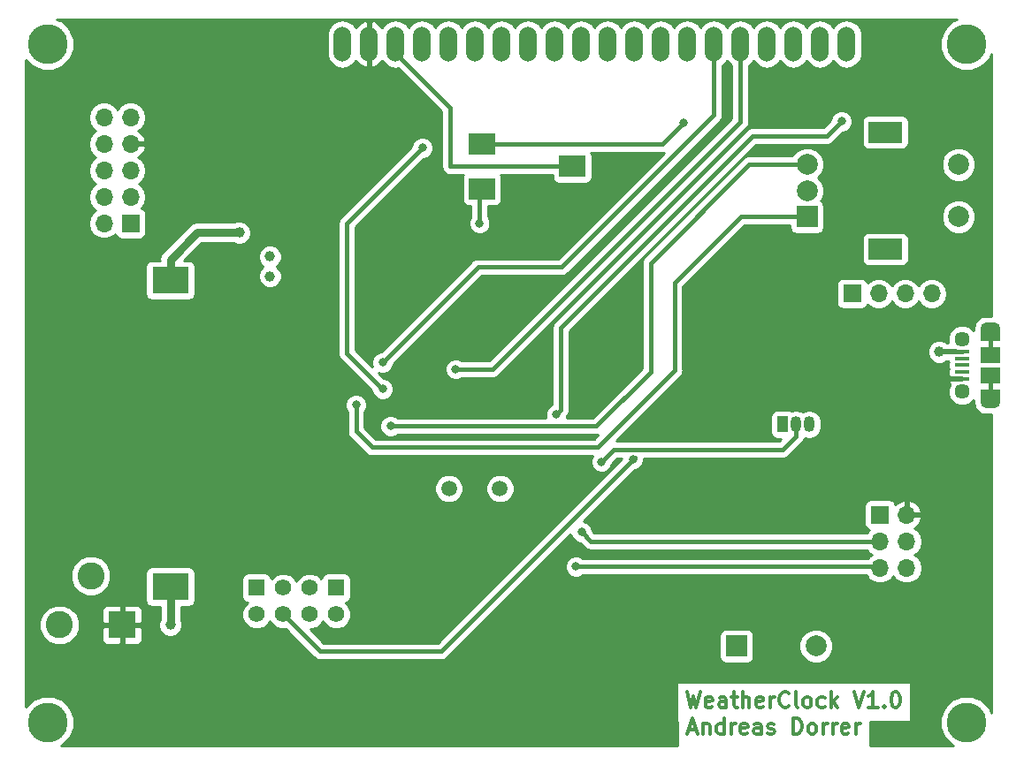
<source format=gbr>
G04 #@! TF.GenerationSoftware,KiCad,Pcbnew,(5.0.1)-3*
G04 #@! TF.CreationDate,2018-11-20T19:11:30+01:00*
G04 #@! TF.ProjectId,WeatherClock,57656174686572436C6F636B2E6B6963,rev?*
G04 #@! TF.SameCoordinates,Original*
G04 #@! TF.FileFunction,Copper,L1,Top,Signal*
G04 #@! TF.FilePolarity,Positive*
%FSLAX46Y46*%
G04 Gerber Fmt 4.6, Leading zero omitted, Abs format (unit mm)*
G04 Created by KiCad (PCBNEW (5.0.1)-3) date 20.11.2018 19:11:30*
%MOMM*%
%LPD*%
G01*
G04 APERTURE LIST*
G04 #@! TA.AperFunction,NonConductor*
%ADD10C,0.300000*%
G04 #@! TD*
G04 #@! TA.AperFunction,ComponentPad*
%ADD11C,3.810000*%
G04 #@! TD*
G04 #@! TA.AperFunction,ComponentPad*
%ADD12O,1.676400X3.352800*%
G04 #@! TD*
G04 #@! TA.AperFunction,ComponentPad*
%ADD13O,1.700000X1.700000*%
G04 #@! TD*
G04 #@! TA.AperFunction,ComponentPad*
%ADD14R,1.700000X1.700000*%
G04 #@! TD*
G04 #@! TA.AperFunction,SMDPad,CuDef*
%ADD15R,2.500000X2.000000*%
G04 #@! TD*
G04 #@! TA.AperFunction,ComponentPad*
%ADD16R,1.050000X1.500000*%
G04 #@! TD*
G04 #@! TA.AperFunction,ComponentPad*
%ADD17O,1.050000X1.500000*%
G04 #@! TD*
G04 #@! TA.AperFunction,ComponentPad*
%ADD18C,2.000000*%
G04 #@! TD*
G04 #@! TA.AperFunction,ComponentPad*
%ADD19R,2.000000X2.000000*%
G04 #@! TD*
G04 #@! TA.AperFunction,ComponentPad*
%ADD20R,3.200000X2.000000*%
G04 #@! TD*
G04 #@! TA.AperFunction,SMDPad,CuDef*
%ADD21R,3.510000X2.540000*%
G04 #@! TD*
G04 #@! TA.AperFunction,SMDPad,CuDef*
%ADD22R,1.900000X1.200000*%
G04 #@! TD*
G04 #@! TA.AperFunction,ComponentPad*
%ADD23O,1.900000X1.200000*%
G04 #@! TD*
G04 #@! TA.AperFunction,SMDPad,CuDef*
%ADD24R,1.900000X1.500000*%
G04 #@! TD*
G04 #@! TA.AperFunction,ComponentPad*
%ADD25C,1.450000*%
G04 #@! TD*
G04 #@! TA.AperFunction,SMDPad,CuDef*
%ADD26R,1.350000X0.400000*%
G04 #@! TD*
G04 #@! TA.AperFunction,ComponentPad*
%ADD27C,2.600000*%
G04 #@! TD*
G04 #@! TA.AperFunction,ComponentPad*
%ADD28R,2.600000X2.600000*%
G04 #@! TD*
G04 #@! TA.AperFunction,ComponentPad*
%ADD29C,1.000000*%
G04 #@! TD*
G04 #@! TA.AperFunction,ComponentPad*
%ADD30C,1.500000*%
G04 #@! TD*
G04 #@! TA.AperFunction,ComponentPad*
%ADD31C,1.575000*%
G04 #@! TD*
G04 #@! TA.AperFunction,ComponentPad*
%ADD32R,1.575000X1.575000*%
G04 #@! TD*
G04 #@! TA.AperFunction,ViaPad*
%ADD33C,1.000000*%
G04 #@! TD*
G04 #@! TA.AperFunction,ViaPad*
%ADD34C,0.800000*%
G04 #@! TD*
G04 #@! TA.AperFunction,Conductor*
%ADD35C,0.400000*%
G04 #@! TD*
G04 #@! TA.AperFunction,Conductor*
%ADD36C,0.500000*%
G04 #@! TD*
G04 #@! TA.AperFunction,Conductor*
%ADD37C,0.750000*%
G04 #@! TD*
G04 #@! TA.AperFunction,Conductor*
%ADD38C,0.254000*%
G04 #@! TD*
G04 APERTURE END LIST*
D10*
X161402142Y-132965000D02*
X162116428Y-132965000D01*
X161259285Y-133393571D02*
X161759285Y-131893571D01*
X162259285Y-133393571D01*
X162759285Y-132393571D02*
X162759285Y-133393571D01*
X162759285Y-132536428D02*
X162830714Y-132465000D01*
X162973571Y-132393571D01*
X163187857Y-132393571D01*
X163330714Y-132465000D01*
X163402142Y-132607857D01*
X163402142Y-133393571D01*
X164759285Y-133393571D02*
X164759285Y-131893571D01*
X164759285Y-133322142D02*
X164616428Y-133393571D01*
X164330714Y-133393571D01*
X164187857Y-133322142D01*
X164116428Y-133250714D01*
X164045000Y-133107857D01*
X164045000Y-132679285D01*
X164116428Y-132536428D01*
X164187857Y-132465000D01*
X164330714Y-132393571D01*
X164616428Y-132393571D01*
X164759285Y-132465000D01*
X165473571Y-133393571D02*
X165473571Y-132393571D01*
X165473571Y-132679285D02*
X165545000Y-132536428D01*
X165616428Y-132465000D01*
X165759285Y-132393571D01*
X165902142Y-132393571D01*
X166973571Y-133322142D02*
X166830714Y-133393571D01*
X166545000Y-133393571D01*
X166402142Y-133322142D01*
X166330714Y-133179285D01*
X166330714Y-132607857D01*
X166402142Y-132465000D01*
X166545000Y-132393571D01*
X166830714Y-132393571D01*
X166973571Y-132465000D01*
X167045000Y-132607857D01*
X167045000Y-132750714D01*
X166330714Y-132893571D01*
X168330714Y-133393571D02*
X168330714Y-132607857D01*
X168259285Y-132465000D01*
X168116428Y-132393571D01*
X167830714Y-132393571D01*
X167687857Y-132465000D01*
X168330714Y-133322142D02*
X168187857Y-133393571D01*
X167830714Y-133393571D01*
X167687857Y-133322142D01*
X167616428Y-133179285D01*
X167616428Y-133036428D01*
X167687857Y-132893571D01*
X167830714Y-132822142D01*
X168187857Y-132822142D01*
X168330714Y-132750714D01*
X168973571Y-133322142D02*
X169116428Y-133393571D01*
X169402142Y-133393571D01*
X169545000Y-133322142D01*
X169616428Y-133179285D01*
X169616428Y-133107857D01*
X169545000Y-132965000D01*
X169402142Y-132893571D01*
X169187857Y-132893571D01*
X169045000Y-132822142D01*
X168973571Y-132679285D01*
X168973571Y-132607857D01*
X169045000Y-132465000D01*
X169187857Y-132393571D01*
X169402142Y-132393571D01*
X169545000Y-132465000D01*
X171402142Y-133393571D02*
X171402142Y-131893571D01*
X171759285Y-131893571D01*
X171973571Y-131965000D01*
X172116428Y-132107857D01*
X172187857Y-132250714D01*
X172259285Y-132536428D01*
X172259285Y-132750714D01*
X172187857Y-133036428D01*
X172116428Y-133179285D01*
X171973571Y-133322142D01*
X171759285Y-133393571D01*
X171402142Y-133393571D01*
X173116428Y-133393571D02*
X172973571Y-133322142D01*
X172902142Y-133250714D01*
X172830714Y-133107857D01*
X172830714Y-132679285D01*
X172902142Y-132536428D01*
X172973571Y-132465000D01*
X173116428Y-132393571D01*
X173330714Y-132393571D01*
X173473571Y-132465000D01*
X173545000Y-132536428D01*
X173616428Y-132679285D01*
X173616428Y-133107857D01*
X173545000Y-133250714D01*
X173473571Y-133322142D01*
X173330714Y-133393571D01*
X173116428Y-133393571D01*
X174259285Y-133393571D02*
X174259285Y-132393571D01*
X174259285Y-132679285D02*
X174330714Y-132536428D01*
X174402142Y-132465000D01*
X174545000Y-132393571D01*
X174687857Y-132393571D01*
X175187857Y-133393571D02*
X175187857Y-132393571D01*
X175187857Y-132679285D02*
X175259285Y-132536428D01*
X175330714Y-132465000D01*
X175473571Y-132393571D01*
X175616428Y-132393571D01*
X176687857Y-133322142D02*
X176545000Y-133393571D01*
X176259285Y-133393571D01*
X176116428Y-133322142D01*
X176045000Y-133179285D01*
X176045000Y-132607857D01*
X176116428Y-132465000D01*
X176259285Y-132393571D01*
X176545000Y-132393571D01*
X176687857Y-132465000D01*
X176759285Y-132607857D01*
X176759285Y-132750714D01*
X176045000Y-132893571D01*
X177402142Y-133393571D02*
X177402142Y-132393571D01*
X177402142Y-132679285D02*
X177473571Y-132536428D01*
X177545000Y-132465000D01*
X177687857Y-132393571D01*
X177830714Y-132393571D01*
X161199999Y-129353571D02*
X161557142Y-130853571D01*
X161842857Y-129782142D01*
X162128571Y-130853571D01*
X162485714Y-129353571D01*
X163628571Y-130782142D02*
X163485714Y-130853571D01*
X163199999Y-130853571D01*
X163057142Y-130782142D01*
X162985714Y-130639285D01*
X162985714Y-130067857D01*
X163057142Y-129925000D01*
X163199999Y-129853571D01*
X163485714Y-129853571D01*
X163628571Y-129925000D01*
X163699999Y-130067857D01*
X163699999Y-130210714D01*
X162985714Y-130353571D01*
X164985714Y-130853571D02*
X164985714Y-130067857D01*
X164914285Y-129925000D01*
X164771428Y-129853571D01*
X164485714Y-129853571D01*
X164342857Y-129925000D01*
X164985714Y-130782142D02*
X164842857Y-130853571D01*
X164485714Y-130853571D01*
X164342857Y-130782142D01*
X164271428Y-130639285D01*
X164271428Y-130496428D01*
X164342857Y-130353571D01*
X164485714Y-130282142D01*
X164842857Y-130282142D01*
X164985714Y-130210714D01*
X165485714Y-129853571D02*
X166057142Y-129853571D01*
X165699999Y-129353571D02*
X165699999Y-130639285D01*
X165771428Y-130782142D01*
X165914285Y-130853571D01*
X166057142Y-130853571D01*
X166557142Y-130853571D02*
X166557142Y-129353571D01*
X167199999Y-130853571D02*
X167199999Y-130067857D01*
X167128571Y-129925000D01*
X166985714Y-129853571D01*
X166771428Y-129853571D01*
X166628571Y-129925000D01*
X166557142Y-129996428D01*
X168485714Y-130782142D02*
X168342857Y-130853571D01*
X168057142Y-130853571D01*
X167914285Y-130782142D01*
X167842857Y-130639285D01*
X167842857Y-130067857D01*
X167914285Y-129925000D01*
X168057142Y-129853571D01*
X168342857Y-129853571D01*
X168485714Y-129925000D01*
X168557142Y-130067857D01*
X168557142Y-130210714D01*
X167842857Y-130353571D01*
X169199999Y-130853571D02*
X169199999Y-129853571D01*
X169199999Y-130139285D02*
X169271428Y-129996428D01*
X169342857Y-129925000D01*
X169485714Y-129853571D01*
X169628571Y-129853571D01*
X170985714Y-130710714D02*
X170914285Y-130782142D01*
X170699999Y-130853571D01*
X170557142Y-130853571D01*
X170342857Y-130782142D01*
X170199999Y-130639285D01*
X170128571Y-130496428D01*
X170057142Y-130210714D01*
X170057142Y-129996428D01*
X170128571Y-129710714D01*
X170199999Y-129567857D01*
X170342857Y-129425000D01*
X170557142Y-129353571D01*
X170699999Y-129353571D01*
X170914285Y-129425000D01*
X170985714Y-129496428D01*
X171842857Y-130853571D02*
X171699999Y-130782142D01*
X171628571Y-130639285D01*
X171628571Y-129353571D01*
X172628571Y-130853571D02*
X172485714Y-130782142D01*
X172414285Y-130710714D01*
X172342857Y-130567857D01*
X172342857Y-130139285D01*
X172414285Y-129996428D01*
X172485714Y-129925000D01*
X172628571Y-129853571D01*
X172842857Y-129853571D01*
X172985714Y-129925000D01*
X173057142Y-129996428D01*
X173128571Y-130139285D01*
X173128571Y-130567857D01*
X173057142Y-130710714D01*
X172985714Y-130782142D01*
X172842857Y-130853571D01*
X172628571Y-130853571D01*
X174414285Y-130782142D02*
X174271428Y-130853571D01*
X173985714Y-130853571D01*
X173842857Y-130782142D01*
X173771428Y-130710714D01*
X173699999Y-130567857D01*
X173699999Y-130139285D01*
X173771428Y-129996428D01*
X173842857Y-129925000D01*
X173985714Y-129853571D01*
X174271428Y-129853571D01*
X174414285Y-129925000D01*
X175057142Y-130853571D02*
X175057142Y-129353571D01*
X175199999Y-130282142D02*
X175628571Y-130853571D01*
X175628571Y-129853571D02*
X175057142Y-130425000D01*
X177199999Y-129353571D02*
X177699999Y-130853571D01*
X178199999Y-129353571D01*
X179485714Y-130853571D02*
X178628571Y-130853571D01*
X179057142Y-130853571D02*
X179057142Y-129353571D01*
X178914285Y-129567857D01*
X178771428Y-129710714D01*
X178628571Y-129782142D01*
X180128571Y-130710714D02*
X180200000Y-130782142D01*
X180128571Y-130853571D01*
X180057142Y-130782142D01*
X180128571Y-130710714D01*
X180128571Y-130853571D01*
X181128571Y-129353571D02*
X181271428Y-129353571D01*
X181414285Y-129425000D01*
X181485714Y-129496428D01*
X181557142Y-129639285D01*
X181628571Y-129925000D01*
X181628571Y-130282142D01*
X181557142Y-130567857D01*
X181485714Y-130710714D01*
X181414285Y-130782142D01*
X181271428Y-130853571D01*
X181128571Y-130853571D01*
X180985714Y-130782142D01*
X180914285Y-130710714D01*
X180842857Y-130567857D01*
X180771428Y-130282142D01*
X180771428Y-129925000D01*
X180842857Y-129639285D01*
X180914285Y-129496428D01*
X180985714Y-129425000D01*
X181128571Y-129353571D01*
D11*
G04 #@! TO.P,GLCD1,P$24*
G04 #@! TO.N,N/C*
X188000000Y-132270000D03*
G04 #@! TO.P,GLCD1,P$23*
X100000000Y-132270000D03*
G04 #@! TO.P,GLCD1,P$22*
X100000000Y-67270000D03*
G04 #@! TO.P,GLCD1,P$21*
X188000000Y-67270000D03*
D12*
G04 #@! TO.P,GLCD1,P$1*
G04 #@! TO.N,GND*
X128240000Y-67270000D03*
G04 #@! TO.P,GLCD1,P$2*
G04 #@! TO.N,+5V*
X130780000Y-67270000D03*
G04 #@! TO.P,GLCD1,P$3*
G04 #@! TO.N,Net-(GLCD1-PadP$3)*
X133320000Y-67270000D03*
G04 #@! TO.P,GLCD1,P$4*
G04 #@! TO.N,Net-(GLCD1-PadP$4)*
X135860000Y-67270000D03*
G04 #@! TO.P,GLCD1,P$5*
G04 #@! TO.N,Net-(GLCD1-PadP$5)*
X138400000Y-67270000D03*
G04 #@! TO.P,GLCD1,P$6*
G04 #@! TO.N,Net-(GLCD1-PadP$6)*
X140940000Y-67270000D03*
G04 #@! TO.P,GLCD1,P$7*
G04 #@! TO.N,Net-(GLCD1-PadP$7)*
X143480000Y-67270000D03*
G04 #@! TO.P,GLCD1,P$8*
G04 #@! TO.N,Net-(GLCD1-PadP$8)*
X146020000Y-67270000D03*
G04 #@! TO.P,GLCD1,P$9*
G04 #@! TO.N,Net-(GLCD1-PadP$9)*
X148560000Y-67270000D03*
G04 #@! TO.P,GLCD1,P$10*
G04 #@! TO.N,Net-(GLCD1-PadP$10)*
X151100000Y-67270000D03*
G04 #@! TO.P,GLCD1,P$11*
G04 #@! TO.N,Net-(GLCD1-PadP$11)*
X153640000Y-67270000D03*
G04 #@! TO.P,GLCD1,P$12*
G04 #@! TO.N,Net-(GLCD1-PadP$12)*
X156180000Y-67270000D03*
G04 #@! TO.P,GLCD1,P$13*
G04 #@! TO.N,Net-(GLCD1-PadP$13)*
X158720000Y-67270000D03*
G04 #@! TO.P,GLCD1,P$14*
G04 #@! TO.N,Net-(GLCD1-PadP$14)*
X161260000Y-67270000D03*
G04 #@! TO.P,GLCD1,P$15*
G04 #@! TO.N,CS1*
X163800000Y-67270000D03*
G04 #@! TO.P,GLCD1,P$16*
G04 #@! TO.N,CS2*
X166340000Y-67270000D03*
G04 #@! TO.P,GLCD1,P$17*
G04 #@! TO.N,Net-(GLCD1-PadP$17)*
X168880000Y-67270000D03*
G04 #@! TO.P,GLCD1,P$18*
G04 #@! TO.N,Net-(GLCD1-PadP$18)*
X171420000Y-67270000D03*
G04 #@! TO.P,GLCD1,P$19*
G04 #@! TO.N,Net-(GLCD1-PadP$19)*
X173960000Y-67270000D03*
G04 #@! TO.P,GLCD1,P$20*
G04 #@! TO.N,Net-(GLCD1-PadP$20)*
X176500000Y-67270000D03*
G04 #@! TD*
D13*
G04 #@! TO.P,J3,6*
G04 #@! TO.N,GND*
X182245000Y-117475000D03*
G04 #@! TO.P,J3,5*
G04 #@! TO.N,Net-(J3-Pad5)*
X179705000Y-117475000D03*
G04 #@! TO.P,J3,4*
G04 #@! TO.N,Net-(J3-Pad4)*
X182245000Y-114935000D03*
G04 #@! TO.P,J3,3*
G04 #@! TO.N,Net-(J3-Pad3)*
X179705000Y-114935000D03*
G04 #@! TO.P,J3,2*
G04 #@! TO.N,+5V*
X182245000Y-112395000D03*
D14*
G04 #@! TO.P,J3,1*
G04 #@! TO.N,Net-(C8-Pad2)*
X179705000Y-112395000D03*
G04 #@! TD*
D15*
G04 #@! TO.P,P1,1*
G04 #@! TO.N,GND*
X141591000Y-81144000D03*
G04 #@! TO.P,P1,2*
G04 #@! TO.N,Net-(GLCD1-PadP$3)*
X150241000Y-78994000D03*
G04 #@! TO.P,P1,3*
G04 #@! TO.N,Net-(GLCD1-PadP$18)*
X141591000Y-76844000D03*
G04 #@! TD*
D16*
G04 #@! TO.P,U5,1*
G04 #@! TO.N,GND*
X170395001Y-103720001D03*
D17*
G04 #@! TO.P,U5,3*
X172935001Y-103720001D03*
G04 #@! TO.P,U5,2*
G04 #@! TO.N,Net-(R14-Pad2)*
X171665001Y-103720001D03*
G04 #@! TD*
D18*
G04 #@! TO.P,BZ1,2*
G04 #@! TO.N,GND*
X173564000Y-124968000D03*
D19*
G04 #@! TO.P,BZ1,1*
G04 #@! TO.N,Net-(BZ1-Pad1)*
X165964000Y-124968000D03*
G04 #@! TD*
G04 #@! TO.P,SW1,A*
G04 #@! TO.N,Net-(C11-Pad2)*
X172720000Y-83820000D03*
D18*
G04 #@! TO.P,SW1,C*
G04 #@! TO.N,GND*
X172720000Y-81320000D03*
G04 #@! TO.P,SW1,B*
G04 #@! TO.N,Net-(C12-Pad2)*
X172720000Y-78820000D03*
D20*
G04 #@! TO.P,SW1,MP*
G04 #@! TO.N,N/C*
X180220000Y-86920000D03*
X180220000Y-75720000D03*
D18*
G04 #@! TO.P,SW1,S2*
G04 #@! TO.N,GND*
X187220000Y-83820000D03*
G04 #@! TO.P,SW1,S1*
G04 #@! TO.N,Net-(C13-Pad2)*
X187220000Y-78820000D03*
G04 #@! TD*
D21*
G04 #@! TO.P,BT1,2*
G04 #@! TO.N,GND*
X111760000Y-119276000D03*
G04 #@! TO.P,BT1,1*
G04 #@! TO.N,+BATT*
X111760000Y-89916000D03*
G04 #@! TD*
D13*
G04 #@! TO.P,J5,4*
G04 #@! TO.N,Net-(C13-Pad2)*
X184658000Y-91186000D03*
G04 #@! TO.P,J5,3*
G04 #@! TO.N,Net-(C12-Pad2)*
X182118000Y-91186000D03*
G04 #@! TO.P,J5,2*
G04 #@! TO.N,Net-(C11-Pad2)*
X179578000Y-91186000D03*
D14*
G04 #@! TO.P,J5,1*
G04 #@! TO.N,GND*
X177038000Y-91186000D03*
G04 #@! TD*
D22*
G04 #@! TO.P,J4,6*
G04 #@! TO.N,Net-(J4-Pad6)*
X190269379Y-100954463D03*
X190269379Y-95154463D03*
D23*
X190269379Y-94554463D03*
X190269379Y-101554463D03*
D24*
X190269379Y-99054463D03*
D25*
X187569379Y-95554463D03*
D26*
G04 #@! TO.P,J4,3*
G04 #@! TO.N,Net-(J4-Pad3)*
X187569379Y-98054463D03*
G04 #@! TO.P,J4,4*
G04 #@! TO.N,Net-(J4-Pad4)*
X187569379Y-97404463D03*
G04 #@! TO.P,J4,5*
G04 #@! TO.N,GND*
X187569379Y-96754463D03*
G04 #@! TO.P,J4,1*
G04 #@! TO.N,+5V*
X187569379Y-99354463D03*
G04 #@! TO.P,J4,2*
G04 #@! TO.N,Net-(J4-Pad2)*
X187569379Y-98704463D03*
D25*
G04 #@! TO.P,J4,6*
G04 #@! TO.N,Net-(J4-Pad6)*
X187569379Y-100554463D03*
D24*
X190269379Y-97054463D03*
G04 #@! TD*
D27*
G04 #@! TO.P,J1,3*
G04 #@! TO.N,N/C*
X104140000Y-118237000D03*
G04 #@! TO.P,J1,2*
G04 #@! TO.N,GND*
X101140000Y-122937000D03*
D28*
G04 #@! TO.P,J1,1*
G04 #@! TO.N,+5V*
X107140000Y-122937000D03*
G04 #@! TD*
D13*
G04 #@! TO.P,J2,10*
G04 #@! TO.N,GND*
X105410000Y-74295000D03*
G04 #@! TO.P,J2,9*
G04 #@! TO.N,Net-(J2-Pad9)*
X107950000Y-74295000D03*
G04 #@! TO.P,J2,8*
G04 #@! TO.N,Net-(J2-Pad8)*
X105410000Y-76835000D03*
G04 #@! TO.P,J2,7*
G04 #@! TO.N,+5V*
X107950000Y-76835000D03*
G04 #@! TO.P,J2,6*
G04 #@! TO.N,Net-(J2-Pad6)*
X105410000Y-79375000D03*
G04 #@! TO.P,J2,5*
G04 #@! TO.N,Net-(J2-Pad5)*
X107950000Y-79375000D03*
G04 #@! TO.P,J2,4*
G04 #@! TO.N,Net-(J2-Pad4)*
X105410000Y-81915000D03*
G04 #@! TO.P,J2,3*
G04 #@! TO.N,Net-(J2-Pad3)*
X107950000Y-81915000D03*
G04 #@! TO.P,J2,2*
G04 #@! TO.N,GND*
X105410000Y-84455000D03*
D14*
G04 #@! TO.P,J2,1*
G04 #@! TO.N,Net-(J2-Pad1)*
X107950000Y-84455000D03*
G04 #@! TD*
D29*
G04 #@! TO.P,Q2,2*
G04 #@! TO.N,Net-(Q2-Pad2)*
X121285000Y-87630000D03*
G04 #@! TO.P,Q2,1*
G04 #@! TO.N,Net-(Q2-Pad1)*
X121285000Y-89530000D03*
G04 #@! TD*
D30*
G04 #@! TO.P,Q1,2*
G04 #@! TO.N,Net-(C2-Pad1)*
X143330000Y-109855000D03*
G04 #@! TO.P,Q1,1*
G04 #@! TO.N,Net-(C1-Pad1)*
X138430000Y-109855000D03*
G04 #@! TD*
D31*
G04 #@! TO.P,U2,8*
G04 #@! TO.N,+3V3*
X120015000Y-121920000D03*
G04 #@! TO.P,U2,7*
G04 #@! TO.N,Net-(R3-Pad2)*
X122555000Y-121920000D03*
G04 #@! TO.P,U2,6*
G04 #@! TO.N,Net-(R10-Pad2)*
X125095000Y-121920000D03*
G04 #@! TO.P,U2,5*
G04 #@! TO.N,Net-(U1-Pad9)*
X127635000Y-121920000D03*
D32*
G04 #@! TO.P,U2,4*
G04 #@! TO.N,GND*
X127635000Y-119380000D03*
D31*
G04 #@! TO.P,U2,3*
G04 #@! TO.N,Net-(U2-Pad3)*
X125095000Y-119380000D03*
G04 #@! TO.P,U2,2*
G04 #@! TO.N,Net-(U2-Pad2)*
X122555000Y-119380000D03*
D32*
G04 #@! TO.P,U2,1*
G04 #@! TO.N,Net-(R1-Pad2)*
X120015000Y-119380000D03*
G04 #@! TD*
D33*
G04 #@! TO.N,GND*
X185377339Y-96751563D03*
X111760000Y-122936000D03*
D34*
X141365001Y-84440999D03*
D33*
G04 #@! TO.N,+5V*
X142240000Y-96095001D03*
D34*
X127635000Y-78740000D03*
D33*
X147955000Y-127635000D03*
X155330000Y-95495000D03*
D34*
X171695000Y-95386000D03*
D33*
X172085000Y-72771000D03*
D34*
G04 #@! TO.N,Net-(R3-Pad2)*
X156083000Y-107061000D03*
G04 #@! TO.N,Net-(J3-Pad5)*
X150584000Y-117348000D03*
D33*
G04 #@! TO.N,+BATT*
X118364000Y-85344000D03*
D34*
G04 #@! TO.N,Net-(J3-Pad3)*
X151130000Y-114046000D03*
G04 #@! TO.N,Net-(GLCD1-PadP$4)*
X132080000Y-100330000D03*
G04 #@! TO.N,CS1*
X132080000Y-97790000D03*
G04 #@! TO.N,CS2*
X139065000Y-98425000D03*
G04 #@! TO.N,+5V*
X165245000Y-73043000D03*
G04 #@! TO.N,Net-(R9-Pad2)*
X148717000Y-102743000D03*
X176022000Y-74676000D03*
G04 #@! TO.N,Net-(GLCD1-PadP$4)*
X135890000Y-77216000D03*
G04 #@! TO.N,Net-(GLCD1-PadP$18)*
X160909000Y-74803000D03*
G04 #@! TO.N,Net-(C12-Pad2)*
X132842000Y-103886000D03*
G04 #@! TO.N,Net-(C11-Pad2)*
X129540000Y-101854000D03*
G04 #@! TO.N,Net-(R14-Pad2)*
X153035000Y-107315000D03*
G04 #@! TD*
D35*
G04 #@! TO.N,GND*
X186972099Y-96754463D02*
X186969199Y-96751563D01*
X187569379Y-96754463D02*
X186972099Y-96754463D01*
D36*
X186969199Y-96751563D02*
X185377339Y-96751563D01*
D35*
X185377339Y-96751563D02*
X185377339Y-96751563D01*
D37*
X111760000Y-119276000D02*
X111760000Y-121296000D01*
X111760000Y-121296000D02*
X111760000Y-122936000D01*
X111760000Y-122936000D02*
X111760000Y-122936000D01*
D35*
X141365001Y-81369999D02*
X141591000Y-81144000D01*
X141365001Y-84440999D02*
X141365001Y-81369999D01*
D36*
G04 #@! TO.N,+5V*
X187569379Y-99354463D02*
X185760537Y-99354463D01*
D35*
G04 #@! TO.N,Net-(R3-Pad2)*
X139700000Y-123444000D02*
X156210000Y-106934000D01*
X137668000Y-125476000D02*
X139700000Y-123444000D01*
X126111000Y-125476000D02*
X137668000Y-125476000D01*
X122555000Y-121920000D02*
X126111000Y-125476000D01*
G04 #@! TO.N,Net-(J3-Pad5)*
X179578000Y-117348000D02*
X179705000Y-117475000D01*
X150584000Y-117348000D02*
X179578000Y-117348000D01*
D37*
G04 #@! TO.N,+BATT*
X111760000Y-87896000D02*
X114312000Y-85344000D01*
X111760000Y-89916000D02*
X111760000Y-87896000D01*
X114312000Y-85344000D02*
X118364000Y-85344000D01*
X118364000Y-85344000D02*
X118364000Y-85344000D01*
D35*
G04 #@! TO.N,Net-(J3-Pad3)*
X152019000Y-114935000D02*
X151130000Y-114046000D01*
X179705000Y-114935000D02*
X152019000Y-114935000D01*
G04 #@! TO.N,Net-(J4-Pad6)*
X190269379Y-95154463D02*
X190269379Y-97054463D01*
X190269379Y-100954463D02*
X190269379Y-99054463D01*
G04 #@! TO.N,Net-(GLCD1-PadP$18)*
X141591000Y-76844000D02*
X140817600Y-76844000D01*
G04 #@! TO.N,Net-(R9-Pad2)*
X149116999Y-102343001D02*
X149116999Y-94469001D01*
X148717000Y-102743000D02*
X149116999Y-102343001D01*
X149116999Y-94469001D02*
X167513000Y-76073000D01*
X167513000Y-76073000D02*
X174625000Y-76073000D01*
X174625000Y-76073000D02*
X176022000Y-74676000D01*
X176022000Y-74676000D02*
X176022000Y-74676000D01*
G04 #@! TO.N,Net-(GLCD1-PadP$3)*
X150241000Y-78994000D02*
X138557000Y-78994000D01*
X133320000Y-68108200D02*
X133320000Y-67270000D01*
X138557000Y-73345200D02*
X133320000Y-68108200D01*
X138557000Y-78994000D02*
X138557000Y-73345200D01*
G04 #@! TO.N,Net-(GLCD1-PadP$4)*
X132080000Y-100330000D02*
X131680001Y-99930001D01*
X131680001Y-99930001D02*
X131279999Y-99529999D01*
X131279999Y-99529999D02*
X128651000Y-96901000D01*
X128651000Y-96901000D02*
X128651000Y-84455000D01*
X128651000Y-84455000D02*
X135890000Y-77216000D01*
X135890000Y-77216000D02*
X135890000Y-77216000D01*
G04 #@! TO.N,Net-(GLCD1-PadP$18)*
X141591000Y-76844000D02*
X158868000Y-76844000D01*
X158868000Y-76844000D02*
X160909000Y-74803000D01*
X160909000Y-74803000D02*
X160909000Y-74803000D01*
G04 #@! TO.N,Net-(C12-Pad2)*
X157734000Y-88392000D02*
X157734000Y-88392000D01*
X167179000Y-78820000D02*
X172720000Y-78820000D01*
X157734000Y-88265000D02*
X167179000Y-78820000D01*
X157734000Y-98679000D02*
X157734000Y-88265000D01*
X132842000Y-103886000D02*
X152527000Y-103886000D01*
X152527000Y-103886000D02*
X157734000Y-98679000D01*
G04 #@! TO.N,Net-(C11-Pad2)*
X129540000Y-104394000D02*
X131064000Y-105918000D01*
X129540000Y-101854000D02*
X129540000Y-104394000D01*
X131064000Y-105918000D02*
X152654000Y-105918000D01*
X152654000Y-105918000D02*
X160020000Y-98552000D01*
X166370000Y-83820000D02*
X172720000Y-83820000D01*
X160020000Y-98552000D02*
X160020000Y-90170000D01*
X160020000Y-90170000D02*
X166370000Y-83820000D01*
G04 #@! TO.N,Net-(R14-Pad2)*
X171665001Y-104870001D02*
X171665001Y-103720001D01*
X170401003Y-106133999D02*
X171665001Y-104870001D01*
X154216001Y-106133999D02*
X170401003Y-106133999D01*
X153035000Y-107315000D02*
X154216001Y-106133999D01*
G04 #@! TO.N,CS2*
X166340000Y-74706000D02*
X166340000Y-67270000D01*
X139065000Y-98425000D02*
X142621000Y-98425000D01*
X142621000Y-98425000D02*
X166340000Y-74706000D01*
G04 #@! TO.N,CS1*
X132080000Y-97790000D02*
X141224000Y-88646000D01*
X141224000Y-88646000D02*
X149225000Y-88646000D01*
X163800000Y-74071000D02*
X163800000Y-67270000D01*
X149225000Y-88646000D02*
X163800000Y-74071000D01*
G04 #@! TD*
D38*
G04 #@! TO.N,+5V*
G36*
X186561205Y-65116692D02*
X185846692Y-65831205D01*
X185460000Y-66764762D01*
X185460000Y-67775238D01*
X185846692Y-68708795D01*
X186561205Y-69423308D01*
X187494762Y-69810000D01*
X188505238Y-69810000D01*
X189438795Y-69423308D01*
X190153308Y-68708795D01*
X190373000Y-68178412D01*
X190373000Y-93319463D01*
X189797743Y-93319463D01*
X189437506Y-93391119D01*
X189028994Y-93664078D01*
X188756035Y-94072590D01*
X188660184Y-94554463D01*
X188671939Y-94613559D01*
X188671939Y-94733693D01*
X188339757Y-94401511D01*
X187839900Y-94194463D01*
X187298858Y-94194463D01*
X186799001Y-94401511D01*
X186416427Y-94784085D01*
X186209379Y-95283942D01*
X186209379Y-95824984D01*
X186226602Y-95866563D01*
X186097472Y-95866563D01*
X186020265Y-95789356D01*
X185603105Y-95616563D01*
X185151573Y-95616563D01*
X184734413Y-95789356D01*
X184415132Y-96108637D01*
X184242339Y-96525797D01*
X184242339Y-96977329D01*
X184415132Y-97394489D01*
X184734413Y-97713770D01*
X185151573Y-97886563D01*
X185603105Y-97886563D01*
X186020265Y-97713770D01*
X186097472Y-97636563D01*
X186253324Y-97636563D01*
X186271803Y-97729463D01*
X186246939Y-97854463D01*
X186246939Y-98254463D01*
X186271803Y-98379463D01*
X186246939Y-98504463D01*
X186246939Y-98904463D01*
X186267596Y-99008316D01*
X186259379Y-99028154D01*
X186259379Y-99095713D01*
X186291337Y-99127671D01*
X186296222Y-99152228D01*
X186436570Y-99362272D01*
X186574543Y-99454463D01*
X186418129Y-99454463D01*
X186259379Y-99613213D01*
X186259379Y-99680772D01*
X186356052Y-99914161D01*
X186360645Y-99918754D01*
X186209379Y-100283942D01*
X186209379Y-100824984D01*
X186416427Y-101324841D01*
X186799001Y-101707415D01*
X187298858Y-101914463D01*
X187839900Y-101914463D01*
X188339757Y-101707415D01*
X188671939Y-101375233D01*
X188671939Y-101495367D01*
X188660184Y-101554463D01*
X188756035Y-102036336D01*
X189028994Y-102444848D01*
X189437506Y-102717807D01*
X189797743Y-102789463D01*
X190373000Y-102789463D01*
X190373000Y-131361588D01*
X190153308Y-130831205D01*
X189438795Y-130116692D01*
X188505238Y-129730000D01*
X187494762Y-129730000D01*
X186561205Y-130116692D01*
X185846692Y-130831205D01*
X185460000Y-131764762D01*
X185460000Y-132775238D01*
X185846692Y-133708795D01*
X186561205Y-134423308D01*
X186729456Y-134493000D01*
X178758572Y-134493000D01*
X178758572Y-132205000D01*
X182699286Y-132205000D01*
X182699286Y-128385000D01*
X160200715Y-128385000D01*
X160200715Y-132205000D01*
X160331429Y-132205000D01*
X160331429Y-134493000D01*
X101270544Y-134493000D01*
X101438795Y-134423308D01*
X102153308Y-133708795D01*
X102540000Y-132775238D01*
X102540000Y-131764762D01*
X102153308Y-130831205D01*
X101438795Y-130116692D01*
X100505238Y-129730000D01*
X99494762Y-129730000D01*
X98561205Y-130116692D01*
X97917000Y-130760897D01*
X97917000Y-122552105D01*
X99205000Y-122552105D01*
X99205000Y-123321895D01*
X99499586Y-124033090D01*
X100043910Y-124577414D01*
X100755105Y-124872000D01*
X101524895Y-124872000D01*
X102236090Y-124577414D01*
X102780414Y-124033090D01*
X103075000Y-123321895D01*
X103075000Y-123222750D01*
X105205000Y-123222750D01*
X105205000Y-124363309D01*
X105301673Y-124596698D01*
X105480301Y-124775327D01*
X105713690Y-124872000D01*
X106854250Y-124872000D01*
X107013000Y-124713250D01*
X107013000Y-123064000D01*
X107267000Y-123064000D01*
X107267000Y-124713250D01*
X107425750Y-124872000D01*
X108566310Y-124872000D01*
X108799699Y-124775327D01*
X108978327Y-124596698D01*
X109075000Y-124363309D01*
X109075000Y-123222750D01*
X108916250Y-123064000D01*
X107267000Y-123064000D01*
X107013000Y-123064000D01*
X105363750Y-123064000D01*
X105205000Y-123222750D01*
X103075000Y-123222750D01*
X103075000Y-122552105D01*
X102780414Y-121840910D01*
X102450195Y-121510691D01*
X105205000Y-121510691D01*
X105205000Y-122651250D01*
X105363750Y-122810000D01*
X107013000Y-122810000D01*
X107013000Y-121160750D01*
X107267000Y-121160750D01*
X107267000Y-122810000D01*
X108916250Y-122810000D01*
X109075000Y-122651250D01*
X109075000Y-121510691D01*
X108978327Y-121277302D01*
X108799699Y-121098673D01*
X108566310Y-121002000D01*
X107425750Y-121002000D01*
X107267000Y-121160750D01*
X107013000Y-121160750D01*
X106854250Y-121002000D01*
X105713690Y-121002000D01*
X105480301Y-121098673D01*
X105301673Y-121277302D01*
X105205000Y-121510691D01*
X102450195Y-121510691D01*
X102236090Y-121296586D01*
X101524895Y-121002000D01*
X100755105Y-121002000D01*
X100043910Y-121296586D01*
X99499586Y-121840910D01*
X99205000Y-122552105D01*
X97917000Y-122552105D01*
X97917000Y-117852105D01*
X102205000Y-117852105D01*
X102205000Y-118621895D01*
X102499586Y-119333090D01*
X103043910Y-119877414D01*
X103755105Y-120172000D01*
X104524895Y-120172000D01*
X105236090Y-119877414D01*
X105780414Y-119333090D01*
X106075000Y-118621895D01*
X106075000Y-118006000D01*
X109357560Y-118006000D01*
X109357560Y-120546000D01*
X109406843Y-120793765D01*
X109547191Y-121003809D01*
X109757235Y-121144157D01*
X110005000Y-121193440D01*
X110750001Y-121193440D01*
X110750001Y-121196520D01*
X110750000Y-121196525D01*
X110750001Y-122408455D01*
X110625000Y-122710234D01*
X110625000Y-123161766D01*
X110797793Y-123578926D01*
X111117074Y-123898207D01*
X111534234Y-124071000D01*
X111985766Y-124071000D01*
X112402926Y-123898207D01*
X112722207Y-123578926D01*
X112895000Y-123161766D01*
X112895000Y-122710234D01*
X112770000Y-122408457D01*
X112770000Y-121193440D01*
X113515000Y-121193440D01*
X113762765Y-121144157D01*
X113972809Y-121003809D01*
X114113157Y-120793765D01*
X114162440Y-120546000D01*
X114162440Y-118592500D01*
X118580060Y-118592500D01*
X118580060Y-120167500D01*
X118629343Y-120415265D01*
X118769691Y-120625309D01*
X118979735Y-120765657D01*
X119128111Y-120795171D01*
X118809063Y-121114219D01*
X118592500Y-121637047D01*
X118592500Y-122202953D01*
X118809063Y-122725781D01*
X119209219Y-123125937D01*
X119732047Y-123342500D01*
X120297953Y-123342500D01*
X120820781Y-123125937D01*
X121220937Y-122725781D01*
X121285000Y-122571120D01*
X121349063Y-122725781D01*
X121749219Y-123125937D01*
X122272047Y-123342500D01*
X122796633Y-123342500D01*
X125462417Y-126008286D01*
X125508999Y-126078001D01*
X125785199Y-126262552D01*
X126028763Y-126311000D01*
X126028766Y-126311000D01*
X126110999Y-126327357D01*
X126193232Y-126311000D01*
X137585767Y-126311000D01*
X137668000Y-126327357D01*
X137750233Y-126311000D01*
X137750237Y-126311000D01*
X137993801Y-126262552D01*
X138270001Y-126078001D01*
X138316587Y-126008280D01*
X140348584Y-123976284D01*
X140348586Y-123976281D01*
X140356867Y-123968000D01*
X164316560Y-123968000D01*
X164316560Y-125968000D01*
X164365843Y-126215765D01*
X164506191Y-126425809D01*
X164716235Y-126566157D01*
X164964000Y-126615440D01*
X166964000Y-126615440D01*
X167211765Y-126566157D01*
X167421809Y-126425809D01*
X167562157Y-126215765D01*
X167611440Y-125968000D01*
X167611440Y-124642778D01*
X171929000Y-124642778D01*
X171929000Y-125293222D01*
X172177914Y-125894153D01*
X172637847Y-126354086D01*
X173238778Y-126603000D01*
X173889222Y-126603000D01*
X174490153Y-126354086D01*
X174950086Y-125894153D01*
X175199000Y-125293222D01*
X175199000Y-124642778D01*
X174950086Y-124041847D01*
X174490153Y-123581914D01*
X173889222Y-123333000D01*
X173238778Y-123333000D01*
X172637847Y-123581914D01*
X172177914Y-124041847D01*
X171929000Y-124642778D01*
X167611440Y-124642778D01*
X167611440Y-123968000D01*
X167562157Y-123720235D01*
X167421809Y-123510191D01*
X167211765Y-123369843D01*
X166964000Y-123320560D01*
X164964000Y-123320560D01*
X164716235Y-123369843D01*
X164506191Y-123510191D01*
X164365843Y-123720235D01*
X164316560Y-123968000D01*
X140356867Y-123968000D01*
X150095000Y-114229868D01*
X150095000Y-114251874D01*
X150252569Y-114632280D01*
X150543720Y-114923431D01*
X150924126Y-115081000D01*
X150984132Y-115081000D01*
X151370414Y-115467282D01*
X151416999Y-115537001D01*
X151693199Y-115721552D01*
X152019000Y-115786358D01*
X152101237Y-115770000D01*
X178476935Y-115770000D01*
X178634375Y-116005625D01*
X178932761Y-116205000D01*
X178634375Y-116404375D01*
X178561794Y-116513000D01*
X151212711Y-116513000D01*
X151170280Y-116470569D01*
X150789874Y-116313000D01*
X150378126Y-116313000D01*
X149997720Y-116470569D01*
X149706569Y-116761720D01*
X149549000Y-117142126D01*
X149549000Y-117553874D01*
X149706569Y-117934280D01*
X149997720Y-118225431D01*
X150378126Y-118383000D01*
X150789874Y-118383000D01*
X151170280Y-118225431D01*
X151212711Y-118183000D01*
X178392077Y-118183000D01*
X178634375Y-118545625D01*
X179125582Y-118873839D01*
X179558744Y-118960000D01*
X179851256Y-118960000D01*
X180284418Y-118873839D01*
X180775625Y-118545625D01*
X180975000Y-118247239D01*
X181174375Y-118545625D01*
X181665582Y-118873839D01*
X182098744Y-118960000D01*
X182391256Y-118960000D01*
X182824418Y-118873839D01*
X183315625Y-118545625D01*
X183643839Y-118054418D01*
X183759092Y-117475000D01*
X183643839Y-116895582D01*
X183315625Y-116404375D01*
X183017239Y-116205000D01*
X183315625Y-116005625D01*
X183643839Y-115514418D01*
X183759092Y-114935000D01*
X183643839Y-114355582D01*
X183315625Y-113864375D01*
X182996522Y-113651157D01*
X183126358Y-113590183D01*
X183516645Y-113161924D01*
X183686476Y-112751890D01*
X183565155Y-112522000D01*
X182372000Y-112522000D01*
X182372000Y-112542000D01*
X182118000Y-112542000D01*
X182118000Y-112522000D01*
X182098000Y-112522000D01*
X182098000Y-112268000D01*
X182118000Y-112268000D01*
X182118000Y-111074181D01*
X182372000Y-111074181D01*
X182372000Y-112268000D01*
X183565155Y-112268000D01*
X183686476Y-112038110D01*
X183516645Y-111628076D01*
X183126358Y-111199817D01*
X182601892Y-110953514D01*
X182372000Y-111074181D01*
X182118000Y-111074181D01*
X181888108Y-110953514D01*
X181363642Y-111199817D01*
X181174961Y-111406855D01*
X181153157Y-111297235D01*
X181012809Y-111087191D01*
X180802765Y-110946843D01*
X180555000Y-110897560D01*
X178855000Y-110897560D01*
X178607235Y-110946843D01*
X178397191Y-111087191D01*
X178256843Y-111297235D01*
X178207560Y-111545000D01*
X178207560Y-113245000D01*
X178256843Y-113492765D01*
X178397191Y-113702809D01*
X178607235Y-113843157D01*
X178652619Y-113852184D01*
X178634375Y-113864375D01*
X178476935Y-114100000D01*
X152364868Y-114100000D01*
X152165000Y-113900132D01*
X152165000Y-113840126D01*
X152007431Y-113459720D01*
X151716280Y-113168569D01*
X151335874Y-113011000D01*
X151313868Y-113011000D01*
X156228868Y-108096000D01*
X156288874Y-108096000D01*
X156669280Y-107938431D01*
X156960431Y-107647280D01*
X157118000Y-107266874D01*
X157118000Y-106968999D01*
X170318770Y-106968999D01*
X170401003Y-106985356D01*
X170483236Y-106968999D01*
X170483240Y-106968999D01*
X170726804Y-106920551D01*
X171003004Y-106736000D01*
X171049590Y-106666279D01*
X172197284Y-105518586D01*
X172267002Y-105472002D01*
X172451553Y-105195802D01*
X172482979Y-105037813D01*
X172935001Y-105127726D01*
X173387610Y-105037696D01*
X173771314Y-104781314D01*
X174027696Y-104397609D01*
X174095001Y-104059246D01*
X174095001Y-103380755D01*
X174027696Y-103042392D01*
X173771314Y-102658688D01*
X173387609Y-102402306D01*
X172935001Y-102312276D01*
X172482392Y-102402306D01*
X172300001Y-102524176D01*
X172117609Y-102402306D01*
X171665001Y-102312276D01*
X171213134Y-102402158D01*
X171167766Y-102371844D01*
X170920001Y-102322561D01*
X169870001Y-102322561D01*
X169622236Y-102371844D01*
X169412192Y-102512192D01*
X169271844Y-102722236D01*
X169222561Y-102970001D01*
X169222561Y-104470001D01*
X169271844Y-104717766D01*
X169412192Y-104927810D01*
X169622236Y-105068158D01*
X169870001Y-105117441D01*
X170236694Y-105117441D01*
X170055136Y-105298999D01*
X154453868Y-105298999D01*
X160552283Y-99200585D01*
X160622001Y-99154001D01*
X160806552Y-98877801D01*
X160855000Y-98634237D01*
X160855000Y-98634234D01*
X160871357Y-98552001D01*
X160855000Y-98469768D01*
X160855000Y-90515867D01*
X161034867Y-90336000D01*
X175540560Y-90336000D01*
X175540560Y-92036000D01*
X175589843Y-92283765D01*
X175730191Y-92493809D01*
X175940235Y-92634157D01*
X176188000Y-92683440D01*
X177888000Y-92683440D01*
X178135765Y-92634157D01*
X178345809Y-92493809D01*
X178486157Y-92283765D01*
X178495184Y-92238381D01*
X178507375Y-92256625D01*
X178998582Y-92584839D01*
X179431744Y-92671000D01*
X179724256Y-92671000D01*
X180157418Y-92584839D01*
X180648625Y-92256625D01*
X180848000Y-91958239D01*
X181047375Y-92256625D01*
X181538582Y-92584839D01*
X181971744Y-92671000D01*
X182264256Y-92671000D01*
X182697418Y-92584839D01*
X183188625Y-92256625D01*
X183388000Y-91958239D01*
X183587375Y-92256625D01*
X184078582Y-92584839D01*
X184511744Y-92671000D01*
X184804256Y-92671000D01*
X185237418Y-92584839D01*
X185728625Y-92256625D01*
X186056839Y-91765418D01*
X186172092Y-91186000D01*
X186056839Y-90606582D01*
X185728625Y-90115375D01*
X185237418Y-89787161D01*
X184804256Y-89701000D01*
X184511744Y-89701000D01*
X184078582Y-89787161D01*
X183587375Y-90115375D01*
X183388000Y-90413761D01*
X183188625Y-90115375D01*
X182697418Y-89787161D01*
X182264256Y-89701000D01*
X181971744Y-89701000D01*
X181538582Y-89787161D01*
X181047375Y-90115375D01*
X180848000Y-90413761D01*
X180648625Y-90115375D01*
X180157418Y-89787161D01*
X179724256Y-89701000D01*
X179431744Y-89701000D01*
X178998582Y-89787161D01*
X178507375Y-90115375D01*
X178495184Y-90133619D01*
X178486157Y-90088235D01*
X178345809Y-89878191D01*
X178135765Y-89737843D01*
X177888000Y-89688560D01*
X176188000Y-89688560D01*
X175940235Y-89737843D01*
X175730191Y-89878191D01*
X175589843Y-90088235D01*
X175540560Y-90336000D01*
X161034867Y-90336000D01*
X165450867Y-85920000D01*
X177972560Y-85920000D01*
X177972560Y-87920000D01*
X178021843Y-88167765D01*
X178162191Y-88377809D01*
X178372235Y-88518157D01*
X178620000Y-88567440D01*
X181820000Y-88567440D01*
X182067765Y-88518157D01*
X182277809Y-88377809D01*
X182418157Y-88167765D01*
X182467440Y-87920000D01*
X182467440Y-85920000D01*
X182418157Y-85672235D01*
X182277809Y-85462191D01*
X182067765Y-85321843D01*
X181820000Y-85272560D01*
X178620000Y-85272560D01*
X178372235Y-85321843D01*
X178162191Y-85462191D01*
X178021843Y-85672235D01*
X177972560Y-85920000D01*
X165450867Y-85920000D01*
X166715868Y-84655000D01*
X171072560Y-84655000D01*
X171072560Y-84820000D01*
X171121843Y-85067765D01*
X171262191Y-85277809D01*
X171472235Y-85418157D01*
X171720000Y-85467440D01*
X173720000Y-85467440D01*
X173967765Y-85418157D01*
X174177809Y-85277809D01*
X174318157Y-85067765D01*
X174367440Y-84820000D01*
X174367440Y-83494778D01*
X185585000Y-83494778D01*
X185585000Y-84145222D01*
X185833914Y-84746153D01*
X186293847Y-85206086D01*
X186894778Y-85455000D01*
X187545222Y-85455000D01*
X188146153Y-85206086D01*
X188606086Y-84746153D01*
X188855000Y-84145222D01*
X188855000Y-83494778D01*
X188606086Y-82893847D01*
X188146153Y-82433914D01*
X187545222Y-82185000D01*
X186894778Y-82185000D01*
X186293847Y-82433914D01*
X185833914Y-82893847D01*
X185585000Y-83494778D01*
X174367440Y-83494778D01*
X174367440Y-82820000D01*
X174318157Y-82572235D01*
X174177809Y-82362191D01*
X174065255Y-82286984D01*
X174106086Y-82246153D01*
X174355000Y-81645222D01*
X174355000Y-80994778D01*
X174106086Y-80393847D01*
X173782239Y-80070000D01*
X174106086Y-79746153D01*
X174355000Y-79145222D01*
X174355000Y-78494778D01*
X185585000Y-78494778D01*
X185585000Y-79145222D01*
X185833914Y-79746153D01*
X186293847Y-80206086D01*
X186894778Y-80455000D01*
X187545222Y-80455000D01*
X188146153Y-80206086D01*
X188606086Y-79746153D01*
X188855000Y-79145222D01*
X188855000Y-78494778D01*
X188606086Y-77893847D01*
X188146153Y-77433914D01*
X187545222Y-77185000D01*
X186894778Y-77185000D01*
X186293847Y-77433914D01*
X185833914Y-77893847D01*
X185585000Y-78494778D01*
X174355000Y-78494778D01*
X174106086Y-77893847D01*
X173646153Y-77433914D01*
X173045222Y-77185000D01*
X172394778Y-77185000D01*
X171793847Y-77433914D01*
X171333914Y-77893847D01*
X171296157Y-77985000D01*
X167261232Y-77985000D01*
X167178999Y-77968643D01*
X167096766Y-77985000D01*
X167096763Y-77985000D01*
X166853199Y-78033448D01*
X166576999Y-78217999D01*
X166530415Y-78287717D01*
X157201718Y-87616415D01*
X157132000Y-87662999D01*
X157085416Y-87732717D01*
X156947448Y-87939200D01*
X156882643Y-88265000D01*
X156895273Y-88328498D01*
X156882642Y-88392000D01*
X156899001Y-88474242D01*
X156899000Y-98333132D01*
X152181133Y-103051000D01*
X149709698Y-103051000D01*
X149752000Y-102948874D01*
X149752000Y-102895614D01*
X149903551Y-102668802D01*
X149951999Y-102425238D01*
X149951999Y-102425235D01*
X149968356Y-102343002D01*
X149951999Y-102260769D01*
X149951999Y-94814868D01*
X167858868Y-76908000D01*
X174542767Y-76908000D01*
X174625000Y-76924357D01*
X174707233Y-76908000D01*
X174707237Y-76908000D01*
X174950801Y-76859552D01*
X175227001Y-76675001D01*
X175273587Y-76605280D01*
X176167868Y-75711000D01*
X176227874Y-75711000D01*
X176608280Y-75553431D01*
X176899431Y-75262280D01*
X177057000Y-74881874D01*
X177057000Y-74720000D01*
X177972560Y-74720000D01*
X177972560Y-76720000D01*
X178021843Y-76967765D01*
X178162191Y-77177809D01*
X178372235Y-77318157D01*
X178620000Y-77367440D01*
X181820000Y-77367440D01*
X182067765Y-77318157D01*
X182277809Y-77177809D01*
X182418157Y-76967765D01*
X182467440Y-76720000D01*
X182467440Y-74720000D01*
X182418157Y-74472235D01*
X182277809Y-74262191D01*
X182067765Y-74121843D01*
X181820000Y-74072560D01*
X178620000Y-74072560D01*
X178372235Y-74121843D01*
X178162191Y-74262191D01*
X178021843Y-74472235D01*
X177972560Y-74720000D01*
X177057000Y-74720000D01*
X177057000Y-74470126D01*
X176899431Y-74089720D01*
X176608280Y-73798569D01*
X176227874Y-73641000D01*
X175816126Y-73641000D01*
X175435720Y-73798569D01*
X175144569Y-74089720D01*
X174987000Y-74470126D01*
X174987000Y-74530132D01*
X174279133Y-75238000D01*
X167595232Y-75238000D01*
X167512999Y-75221643D01*
X167430766Y-75238000D01*
X167430763Y-75238000D01*
X167187199Y-75286448D01*
X166910999Y-75470999D01*
X166864415Y-75540717D01*
X148584717Y-93820416D01*
X148514999Y-93867000D01*
X148468415Y-93936718D01*
X148330447Y-94143201D01*
X148265642Y-94469001D01*
X148282000Y-94551239D01*
X148281999Y-101802907D01*
X148130720Y-101865569D01*
X147839569Y-102156720D01*
X147682000Y-102537126D01*
X147682000Y-102948874D01*
X147724302Y-103051000D01*
X133470711Y-103051000D01*
X133428280Y-103008569D01*
X133047874Y-102851000D01*
X132636126Y-102851000D01*
X132255720Y-103008569D01*
X131964569Y-103299720D01*
X131807000Y-103680126D01*
X131807000Y-104091874D01*
X131964569Y-104472280D01*
X132255720Y-104763431D01*
X132636126Y-104921000D01*
X133047874Y-104921000D01*
X133428280Y-104763431D01*
X133470711Y-104721000D01*
X152444767Y-104721000D01*
X152527000Y-104737357D01*
X152609233Y-104721000D01*
X152609237Y-104721000D01*
X152685254Y-104705879D01*
X152308133Y-105083000D01*
X131409869Y-105083000D01*
X130375000Y-104048133D01*
X130375000Y-102482711D01*
X130417431Y-102440280D01*
X130575000Y-102059874D01*
X130575000Y-101648126D01*
X130417431Y-101267720D01*
X130126280Y-100976569D01*
X129745874Y-100819000D01*
X129334126Y-100819000D01*
X128953720Y-100976569D01*
X128662569Y-101267720D01*
X128505000Y-101648126D01*
X128505000Y-102059874D01*
X128662569Y-102440280D01*
X128705000Y-102482711D01*
X128705001Y-104311762D01*
X128688643Y-104394000D01*
X128753448Y-104719800D01*
X128853810Y-104870002D01*
X128938000Y-104996001D01*
X129007718Y-105042585D01*
X130415416Y-106450285D01*
X130461999Y-106520001D01*
X130738199Y-106704552D01*
X130981763Y-106753000D01*
X130981766Y-106753000D01*
X131063999Y-106769357D01*
X131146232Y-106753000D01*
X152147512Y-106753000D01*
X152000000Y-107109126D01*
X152000000Y-107520874D01*
X152157569Y-107901280D01*
X152448720Y-108192431D01*
X152829126Y-108350000D01*
X153240874Y-108350000D01*
X153621280Y-108192431D01*
X153912431Y-107901280D01*
X154070000Y-107520874D01*
X154070000Y-107460867D01*
X154561869Y-106968999D01*
X154994133Y-106968999D01*
X139167719Y-122795414D01*
X139167716Y-122795416D01*
X137322133Y-124641000D01*
X126456869Y-124641000D01*
X125158368Y-123342500D01*
X125377953Y-123342500D01*
X125900781Y-123125937D01*
X126300937Y-122725781D01*
X126365000Y-122571120D01*
X126429063Y-122725781D01*
X126829219Y-123125937D01*
X127352047Y-123342500D01*
X127917953Y-123342500D01*
X128440781Y-123125937D01*
X128840937Y-122725781D01*
X129057500Y-122202953D01*
X129057500Y-121637047D01*
X128840937Y-121114219D01*
X128521889Y-120795171D01*
X128670265Y-120765657D01*
X128880309Y-120625309D01*
X129020657Y-120415265D01*
X129069940Y-120167500D01*
X129069940Y-118592500D01*
X129020657Y-118344735D01*
X128880309Y-118134691D01*
X128670265Y-117994343D01*
X128422500Y-117945060D01*
X126847500Y-117945060D01*
X126599735Y-117994343D01*
X126389691Y-118134691D01*
X126249343Y-118344735D01*
X126219829Y-118493111D01*
X125900781Y-118174063D01*
X125377953Y-117957500D01*
X124812047Y-117957500D01*
X124289219Y-118174063D01*
X123889063Y-118574219D01*
X123825000Y-118728880D01*
X123760937Y-118574219D01*
X123360781Y-118174063D01*
X122837953Y-117957500D01*
X122272047Y-117957500D01*
X121749219Y-118174063D01*
X121430171Y-118493111D01*
X121400657Y-118344735D01*
X121260309Y-118134691D01*
X121050265Y-117994343D01*
X120802500Y-117945060D01*
X119227500Y-117945060D01*
X118979735Y-117994343D01*
X118769691Y-118134691D01*
X118629343Y-118344735D01*
X118580060Y-118592500D01*
X114162440Y-118592500D01*
X114162440Y-118006000D01*
X114113157Y-117758235D01*
X113972809Y-117548191D01*
X113762765Y-117407843D01*
X113515000Y-117358560D01*
X110005000Y-117358560D01*
X109757235Y-117407843D01*
X109547191Y-117548191D01*
X109406843Y-117758235D01*
X109357560Y-118006000D01*
X106075000Y-118006000D01*
X106075000Y-117852105D01*
X105780414Y-117140910D01*
X105236090Y-116596586D01*
X104524895Y-116302000D01*
X103755105Y-116302000D01*
X103043910Y-116596586D01*
X102499586Y-117140910D01*
X102205000Y-117852105D01*
X97917000Y-117852105D01*
X97917000Y-109579506D01*
X137045000Y-109579506D01*
X137045000Y-110130494D01*
X137255853Y-110639540D01*
X137645460Y-111029147D01*
X138154506Y-111240000D01*
X138705494Y-111240000D01*
X139214540Y-111029147D01*
X139604147Y-110639540D01*
X139815000Y-110130494D01*
X139815000Y-109579506D01*
X141945000Y-109579506D01*
X141945000Y-110130494D01*
X142155853Y-110639540D01*
X142545460Y-111029147D01*
X143054506Y-111240000D01*
X143605494Y-111240000D01*
X144114540Y-111029147D01*
X144504147Y-110639540D01*
X144715000Y-110130494D01*
X144715000Y-109579506D01*
X144504147Y-109070460D01*
X144114540Y-108680853D01*
X143605494Y-108470000D01*
X143054506Y-108470000D01*
X142545460Y-108680853D01*
X142155853Y-109070460D01*
X141945000Y-109579506D01*
X139815000Y-109579506D01*
X139604147Y-109070460D01*
X139214540Y-108680853D01*
X138705494Y-108470000D01*
X138154506Y-108470000D01*
X137645460Y-108680853D01*
X137255853Y-109070460D01*
X137045000Y-109579506D01*
X97917000Y-109579506D01*
X97917000Y-88646000D01*
X109357560Y-88646000D01*
X109357560Y-91186000D01*
X109406843Y-91433765D01*
X109547191Y-91643809D01*
X109757235Y-91784157D01*
X110005000Y-91833440D01*
X113515000Y-91833440D01*
X113762765Y-91784157D01*
X113972809Y-91643809D01*
X114113157Y-91433765D01*
X114162440Y-91186000D01*
X114162440Y-88646000D01*
X114113157Y-88398235D01*
X113972809Y-88188191D01*
X113762765Y-88047843D01*
X113515000Y-87998560D01*
X113085795Y-87998560D01*
X113680121Y-87404234D01*
X120150000Y-87404234D01*
X120150000Y-87855766D01*
X120322793Y-88272926D01*
X120629867Y-88580000D01*
X120322793Y-88887074D01*
X120150000Y-89304234D01*
X120150000Y-89755766D01*
X120322793Y-90172926D01*
X120642074Y-90492207D01*
X121059234Y-90665000D01*
X121510766Y-90665000D01*
X121927926Y-90492207D01*
X122247207Y-90172926D01*
X122420000Y-89755766D01*
X122420000Y-89304234D01*
X122247207Y-88887074D01*
X121940133Y-88580000D01*
X122247207Y-88272926D01*
X122420000Y-87855766D01*
X122420000Y-87404234D01*
X122247207Y-86987074D01*
X121927926Y-86667793D01*
X121510766Y-86495000D01*
X121059234Y-86495000D01*
X120642074Y-86667793D01*
X120322793Y-86987074D01*
X120150000Y-87404234D01*
X113680121Y-87404234D01*
X114730355Y-86354000D01*
X117836457Y-86354000D01*
X118138234Y-86479000D01*
X118589766Y-86479000D01*
X119006926Y-86306207D01*
X119326207Y-85986926D01*
X119499000Y-85569766D01*
X119499000Y-85118234D01*
X119326207Y-84701074D01*
X119080133Y-84455000D01*
X127799643Y-84455000D01*
X127816001Y-84537238D01*
X127816000Y-96818767D01*
X127799643Y-96901000D01*
X127816000Y-96983233D01*
X127816000Y-96983236D01*
X127864448Y-97226800D01*
X128048999Y-97503001D01*
X128118720Y-97549587D01*
X130747715Y-100178583D01*
X131045000Y-100475868D01*
X131045000Y-100535874D01*
X131202569Y-100916280D01*
X131493720Y-101207431D01*
X131874126Y-101365000D01*
X132285874Y-101365000D01*
X132666280Y-101207431D01*
X132957431Y-100916280D01*
X133115000Y-100535874D01*
X133115000Y-100124126D01*
X132957431Y-99743720D01*
X132666280Y-99452569D01*
X132285874Y-99295000D01*
X132225868Y-99295000D01*
X131672247Y-98741379D01*
X131874126Y-98825000D01*
X132285874Y-98825000D01*
X132666280Y-98667431D01*
X132957431Y-98376280D01*
X133115000Y-97995874D01*
X133115000Y-97935867D01*
X141569868Y-89481000D01*
X149142767Y-89481000D01*
X149225000Y-89497357D01*
X149307233Y-89481000D01*
X149307237Y-89481000D01*
X149550801Y-89432552D01*
X149827001Y-89248001D01*
X149873587Y-89178280D01*
X164332283Y-74719585D01*
X164402001Y-74673001D01*
X164586552Y-74396801D01*
X164635000Y-74153237D01*
X164635000Y-74153236D01*
X164651358Y-74071000D01*
X164635000Y-73988763D01*
X164635000Y-69322073D01*
X164862118Y-69170318D01*
X165070001Y-68859199D01*
X165277883Y-69170318D01*
X165505001Y-69322073D01*
X165505000Y-74360131D01*
X142275133Y-97590000D01*
X139693711Y-97590000D01*
X139651280Y-97547569D01*
X139270874Y-97390000D01*
X138859126Y-97390000D01*
X138478720Y-97547569D01*
X138187569Y-97838720D01*
X138030000Y-98219126D01*
X138030000Y-98630874D01*
X138187569Y-99011280D01*
X138478720Y-99302431D01*
X138859126Y-99460000D01*
X139270874Y-99460000D01*
X139651280Y-99302431D01*
X139693711Y-99260000D01*
X142538767Y-99260000D01*
X142621000Y-99276357D01*
X142703233Y-99260000D01*
X142703237Y-99260000D01*
X142946801Y-99211552D01*
X143223001Y-99027001D01*
X143269587Y-98957280D01*
X166872286Y-75354583D01*
X166942001Y-75308001D01*
X167126552Y-75031801D01*
X167175000Y-74788237D01*
X167175000Y-74788234D01*
X167191357Y-74706001D01*
X167175000Y-74623768D01*
X167175000Y-69322073D01*
X167402118Y-69170318D01*
X167610001Y-68859199D01*
X167817883Y-69170318D01*
X168305187Y-69495923D01*
X168880000Y-69610261D01*
X169454814Y-69495923D01*
X169942118Y-69170318D01*
X170150001Y-68859199D01*
X170357883Y-69170318D01*
X170845187Y-69495923D01*
X171420000Y-69610261D01*
X171994814Y-69495923D01*
X172482118Y-69170318D01*
X172690001Y-68859199D01*
X172897883Y-69170318D01*
X173385187Y-69495923D01*
X173960000Y-69610261D01*
X174534814Y-69495923D01*
X175022118Y-69170318D01*
X175230001Y-68859199D01*
X175437883Y-69170318D01*
X175925187Y-69495923D01*
X176500000Y-69610261D01*
X177074814Y-69495923D01*
X177562118Y-69170318D01*
X177887723Y-68683014D01*
X177973200Y-68253294D01*
X177973200Y-66286706D01*
X177887723Y-65856986D01*
X177562118Y-65369682D01*
X177074813Y-65044077D01*
X176500000Y-64929739D01*
X175925186Y-65044077D01*
X175437882Y-65369682D01*
X175230000Y-65680801D01*
X175022118Y-65369682D01*
X174534813Y-65044077D01*
X173960000Y-64929739D01*
X173385186Y-65044077D01*
X172897882Y-65369682D01*
X172690000Y-65680801D01*
X172482118Y-65369682D01*
X171994813Y-65044077D01*
X171420000Y-64929739D01*
X170845186Y-65044077D01*
X170357882Y-65369682D01*
X170150000Y-65680801D01*
X169942118Y-65369682D01*
X169454813Y-65044077D01*
X168880000Y-64929739D01*
X168305186Y-65044077D01*
X167817882Y-65369682D01*
X167610000Y-65680801D01*
X167402118Y-65369682D01*
X166914813Y-65044077D01*
X166340000Y-64929739D01*
X165765186Y-65044077D01*
X165277882Y-65369682D01*
X165070000Y-65680801D01*
X164862118Y-65369682D01*
X164374813Y-65044077D01*
X163800000Y-64929739D01*
X163225186Y-65044077D01*
X162737882Y-65369682D01*
X162530000Y-65680801D01*
X162322118Y-65369682D01*
X161834813Y-65044077D01*
X161260000Y-64929739D01*
X160685186Y-65044077D01*
X160197882Y-65369682D01*
X159990000Y-65680801D01*
X159782118Y-65369682D01*
X159294813Y-65044077D01*
X158720000Y-64929739D01*
X158145186Y-65044077D01*
X157657882Y-65369682D01*
X157450000Y-65680801D01*
X157242118Y-65369682D01*
X156754813Y-65044077D01*
X156180000Y-64929739D01*
X155605186Y-65044077D01*
X155117882Y-65369682D01*
X154910000Y-65680801D01*
X154702118Y-65369682D01*
X154214813Y-65044077D01*
X153640000Y-64929739D01*
X153065186Y-65044077D01*
X152577882Y-65369682D01*
X152370000Y-65680801D01*
X152162118Y-65369682D01*
X151674813Y-65044077D01*
X151100000Y-64929739D01*
X150525186Y-65044077D01*
X150037882Y-65369682D01*
X149830000Y-65680801D01*
X149622118Y-65369682D01*
X149134813Y-65044077D01*
X148560000Y-64929739D01*
X147985186Y-65044077D01*
X147497882Y-65369682D01*
X147290000Y-65680801D01*
X147082118Y-65369682D01*
X146594813Y-65044077D01*
X146020000Y-64929739D01*
X145445186Y-65044077D01*
X144957882Y-65369682D01*
X144750000Y-65680801D01*
X144542118Y-65369682D01*
X144054813Y-65044077D01*
X143480000Y-64929739D01*
X142905186Y-65044077D01*
X142417882Y-65369682D01*
X142210000Y-65680801D01*
X142002118Y-65369682D01*
X141514813Y-65044077D01*
X140940000Y-64929739D01*
X140365186Y-65044077D01*
X139877882Y-65369682D01*
X139670000Y-65680801D01*
X139462118Y-65369682D01*
X138974813Y-65044077D01*
X138400000Y-64929739D01*
X137825186Y-65044077D01*
X137337882Y-65369682D01*
X137130000Y-65680801D01*
X136922118Y-65369682D01*
X136434813Y-65044077D01*
X135860000Y-64929739D01*
X135285186Y-65044077D01*
X134797882Y-65369682D01*
X134590000Y-65680801D01*
X134382118Y-65369682D01*
X133894813Y-65044077D01*
X133320000Y-64929739D01*
X132745186Y-65044077D01*
X132257882Y-65369682D01*
X132043861Y-65689988D01*
X131731908Y-65300287D01*
X131226437Y-65022139D01*
X131135038Y-65002021D01*
X130907000Y-65123500D01*
X130907000Y-67143000D01*
X130927000Y-67143000D01*
X130927000Y-67397000D01*
X130907000Y-67397000D01*
X130907000Y-69416500D01*
X131135038Y-69537979D01*
X131226437Y-69517861D01*
X131731908Y-69239713D01*
X132043862Y-68850011D01*
X132257883Y-69170318D01*
X132745187Y-69495923D01*
X133320000Y-69610261D01*
X133587904Y-69556971D01*
X137722001Y-73691070D01*
X137722000Y-78911763D01*
X137705642Y-78994000D01*
X137770448Y-79319801D01*
X137954999Y-79596001D01*
X138231199Y-79780552D01*
X138557000Y-79845358D01*
X138639237Y-79829000D01*
X139787768Y-79829000D01*
X139742843Y-79896235D01*
X139693560Y-80144000D01*
X139693560Y-82144000D01*
X139742843Y-82391765D01*
X139883191Y-82601809D01*
X140093235Y-82742157D01*
X140341000Y-82791440D01*
X140530002Y-82791440D01*
X140530001Y-83812288D01*
X140487570Y-83854719D01*
X140330001Y-84235125D01*
X140330001Y-84646873D01*
X140487570Y-85027279D01*
X140778721Y-85318430D01*
X141159127Y-85475999D01*
X141570875Y-85475999D01*
X141951281Y-85318430D01*
X142242432Y-85027279D01*
X142400001Y-84646873D01*
X142400001Y-84235125D01*
X142242432Y-83854719D01*
X142200001Y-83812288D01*
X142200001Y-82791440D01*
X142841000Y-82791440D01*
X143088765Y-82742157D01*
X143298809Y-82601809D01*
X143439157Y-82391765D01*
X143488440Y-82144000D01*
X143488440Y-80144000D01*
X143439157Y-79896235D01*
X143394232Y-79829000D01*
X148343560Y-79829000D01*
X148343560Y-79994000D01*
X148392843Y-80241765D01*
X148533191Y-80451809D01*
X148743235Y-80592157D01*
X148991000Y-80641440D01*
X151491000Y-80641440D01*
X151738765Y-80592157D01*
X151948809Y-80451809D01*
X152089157Y-80241765D01*
X152138440Y-79994000D01*
X152138440Y-77994000D01*
X152089157Y-77746235D01*
X152044232Y-77679000D01*
X158785767Y-77679000D01*
X158868000Y-77695357D01*
X158950233Y-77679000D01*
X158950237Y-77679000D01*
X159026253Y-77663879D01*
X148879133Y-87811000D01*
X141306237Y-87811000D01*
X141224000Y-87794642D01*
X141141763Y-87811000D01*
X140898199Y-87859448D01*
X140621999Y-88043999D01*
X140575415Y-88113717D01*
X131934133Y-96755000D01*
X131874126Y-96755000D01*
X131493720Y-96912569D01*
X131202569Y-97203720D01*
X131045000Y-97584126D01*
X131045000Y-97995874D01*
X131128621Y-98197753D01*
X129486000Y-96555133D01*
X129486000Y-84800867D01*
X136035868Y-78251000D01*
X136095874Y-78251000D01*
X136476280Y-78093431D01*
X136767431Y-77802280D01*
X136925000Y-77421874D01*
X136925000Y-77010126D01*
X136767431Y-76629720D01*
X136476280Y-76338569D01*
X136095874Y-76181000D01*
X135684126Y-76181000D01*
X135303720Y-76338569D01*
X135012569Y-76629720D01*
X134855000Y-77010126D01*
X134855000Y-77070132D01*
X128118718Y-83806415D01*
X128049000Y-83852999D01*
X128002416Y-83922717D01*
X127864448Y-84129200D01*
X127799643Y-84455000D01*
X119080133Y-84455000D01*
X119006926Y-84381793D01*
X118589766Y-84209000D01*
X118138234Y-84209000D01*
X117836457Y-84334000D01*
X114411470Y-84334000D01*
X114311999Y-84314214D01*
X114212528Y-84334000D01*
X114212524Y-84334000D01*
X113917918Y-84392601D01*
X113583831Y-84615831D01*
X113527482Y-84700163D01*
X111116161Y-87111484D01*
X111031832Y-87167831D01*
X110975485Y-87252160D01*
X110975482Y-87252163D01*
X110808602Y-87501918D01*
X110730214Y-87896000D01*
X110750001Y-87995475D01*
X110750001Y-87998560D01*
X110005000Y-87998560D01*
X109757235Y-88047843D01*
X109547191Y-88188191D01*
X109406843Y-88398235D01*
X109357560Y-88646000D01*
X97917000Y-88646000D01*
X97917000Y-74295000D01*
X103895908Y-74295000D01*
X104011161Y-74874418D01*
X104339375Y-75365625D01*
X104637761Y-75565000D01*
X104339375Y-75764375D01*
X104011161Y-76255582D01*
X103895908Y-76835000D01*
X104011161Y-77414418D01*
X104339375Y-77905625D01*
X104637761Y-78105000D01*
X104339375Y-78304375D01*
X104011161Y-78795582D01*
X103895908Y-79375000D01*
X104011161Y-79954418D01*
X104339375Y-80445625D01*
X104637761Y-80645000D01*
X104339375Y-80844375D01*
X104011161Y-81335582D01*
X103895908Y-81915000D01*
X104011161Y-82494418D01*
X104339375Y-82985625D01*
X104637761Y-83185000D01*
X104339375Y-83384375D01*
X104011161Y-83875582D01*
X103895908Y-84455000D01*
X104011161Y-85034418D01*
X104339375Y-85525625D01*
X104830582Y-85853839D01*
X105263744Y-85940000D01*
X105556256Y-85940000D01*
X105989418Y-85853839D01*
X106480625Y-85525625D01*
X106492816Y-85507381D01*
X106501843Y-85552765D01*
X106642191Y-85762809D01*
X106852235Y-85903157D01*
X107100000Y-85952440D01*
X108800000Y-85952440D01*
X109047765Y-85903157D01*
X109257809Y-85762809D01*
X109398157Y-85552765D01*
X109447440Y-85305000D01*
X109447440Y-83605000D01*
X109398157Y-83357235D01*
X109257809Y-83147191D01*
X109047765Y-83006843D01*
X109002381Y-82997816D01*
X109020625Y-82985625D01*
X109348839Y-82494418D01*
X109464092Y-81915000D01*
X109348839Y-81335582D01*
X109020625Y-80844375D01*
X108722239Y-80645000D01*
X109020625Y-80445625D01*
X109348839Y-79954418D01*
X109464092Y-79375000D01*
X109348839Y-78795582D01*
X109020625Y-78304375D01*
X108701522Y-78091157D01*
X108831358Y-78030183D01*
X109221645Y-77601924D01*
X109391476Y-77191890D01*
X109270155Y-76962000D01*
X108077000Y-76962000D01*
X108077000Y-76982000D01*
X107823000Y-76982000D01*
X107823000Y-76962000D01*
X107803000Y-76962000D01*
X107803000Y-76708000D01*
X107823000Y-76708000D01*
X107823000Y-76688000D01*
X108077000Y-76688000D01*
X108077000Y-76708000D01*
X109270155Y-76708000D01*
X109391476Y-76478110D01*
X109221645Y-76068076D01*
X108831358Y-75639817D01*
X108701522Y-75578843D01*
X109020625Y-75365625D01*
X109348839Y-74874418D01*
X109464092Y-74295000D01*
X109348839Y-73715582D01*
X109020625Y-73224375D01*
X108529418Y-72896161D01*
X108096256Y-72810000D01*
X107803744Y-72810000D01*
X107370582Y-72896161D01*
X106879375Y-73224375D01*
X106680000Y-73522761D01*
X106480625Y-73224375D01*
X105989418Y-72896161D01*
X105556256Y-72810000D01*
X105263744Y-72810000D01*
X104830582Y-72896161D01*
X104339375Y-73224375D01*
X104011161Y-73715582D01*
X103895908Y-74295000D01*
X97917000Y-74295000D01*
X97917000Y-68779103D01*
X98561205Y-69423308D01*
X99494762Y-69810000D01*
X100505238Y-69810000D01*
X101438795Y-69423308D01*
X102153308Y-68708795D01*
X102540000Y-67775238D01*
X102540000Y-66764762D01*
X102341984Y-66286707D01*
X126766800Y-66286707D01*
X126766800Y-68253294D01*
X126852278Y-68683014D01*
X127177883Y-69170318D01*
X127665187Y-69495923D01*
X128240000Y-69610261D01*
X128814814Y-69495923D01*
X129302118Y-69170318D01*
X129516139Y-68850012D01*
X129828092Y-69239713D01*
X130333563Y-69517861D01*
X130424962Y-69537979D01*
X130653000Y-69416500D01*
X130653000Y-67397000D01*
X130633000Y-67397000D01*
X130633000Y-67143000D01*
X130653000Y-67143000D01*
X130653000Y-65123500D01*
X130424962Y-65002021D01*
X130333563Y-65022139D01*
X129828092Y-65300287D01*
X129516139Y-65689988D01*
X129302118Y-65369682D01*
X128814813Y-65044077D01*
X128240000Y-64929739D01*
X127665186Y-65044077D01*
X127177882Y-65369682D01*
X126852277Y-65856987D01*
X126766800Y-66286707D01*
X102341984Y-66286707D01*
X102153308Y-65831205D01*
X101438795Y-65116692D01*
X100908412Y-64897000D01*
X187091588Y-64897000D01*
X186561205Y-65116692D01*
X186561205Y-65116692D01*
G37*
X186561205Y-65116692D02*
X185846692Y-65831205D01*
X185460000Y-66764762D01*
X185460000Y-67775238D01*
X185846692Y-68708795D01*
X186561205Y-69423308D01*
X187494762Y-69810000D01*
X188505238Y-69810000D01*
X189438795Y-69423308D01*
X190153308Y-68708795D01*
X190373000Y-68178412D01*
X190373000Y-93319463D01*
X189797743Y-93319463D01*
X189437506Y-93391119D01*
X189028994Y-93664078D01*
X188756035Y-94072590D01*
X188660184Y-94554463D01*
X188671939Y-94613559D01*
X188671939Y-94733693D01*
X188339757Y-94401511D01*
X187839900Y-94194463D01*
X187298858Y-94194463D01*
X186799001Y-94401511D01*
X186416427Y-94784085D01*
X186209379Y-95283942D01*
X186209379Y-95824984D01*
X186226602Y-95866563D01*
X186097472Y-95866563D01*
X186020265Y-95789356D01*
X185603105Y-95616563D01*
X185151573Y-95616563D01*
X184734413Y-95789356D01*
X184415132Y-96108637D01*
X184242339Y-96525797D01*
X184242339Y-96977329D01*
X184415132Y-97394489D01*
X184734413Y-97713770D01*
X185151573Y-97886563D01*
X185603105Y-97886563D01*
X186020265Y-97713770D01*
X186097472Y-97636563D01*
X186253324Y-97636563D01*
X186271803Y-97729463D01*
X186246939Y-97854463D01*
X186246939Y-98254463D01*
X186271803Y-98379463D01*
X186246939Y-98504463D01*
X186246939Y-98904463D01*
X186267596Y-99008316D01*
X186259379Y-99028154D01*
X186259379Y-99095713D01*
X186291337Y-99127671D01*
X186296222Y-99152228D01*
X186436570Y-99362272D01*
X186574543Y-99454463D01*
X186418129Y-99454463D01*
X186259379Y-99613213D01*
X186259379Y-99680772D01*
X186356052Y-99914161D01*
X186360645Y-99918754D01*
X186209379Y-100283942D01*
X186209379Y-100824984D01*
X186416427Y-101324841D01*
X186799001Y-101707415D01*
X187298858Y-101914463D01*
X187839900Y-101914463D01*
X188339757Y-101707415D01*
X188671939Y-101375233D01*
X188671939Y-101495367D01*
X188660184Y-101554463D01*
X188756035Y-102036336D01*
X189028994Y-102444848D01*
X189437506Y-102717807D01*
X189797743Y-102789463D01*
X190373000Y-102789463D01*
X190373000Y-131361588D01*
X190153308Y-130831205D01*
X189438795Y-130116692D01*
X188505238Y-129730000D01*
X187494762Y-129730000D01*
X186561205Y-130116692D01*
X185846692Y-130831205D01*
X185460000Y-131764762D01*
X185460000Y-132775238D01*
X185846692Y-133708795D01*
X186561205Y-134423308D01*
X186729456Y-134493000D01*
X178758572Y-134493000D01*
X178758572Y-132205000D01*
X182699286Y-132205000D01*
X182699286Y-128385000D01*
X160200715Y-128385000D01*
X160200715Y-132205000D01*
X160331429Y-132205000D01*
X160331429Y-134493000D01*
X101270544Y-134493000D01*
X101438795Y-134423308D01*
X102153308Y-133708795D01*
X102540000Y-132775238D01*
X102540000Y-131764762D01*
X102153308Y-130831205D01*
X101438795Y-130116692D01*
X100505238Y-129730000D01*
X99494762Y-129730000D01*
X98561205Y-130116692D01*
X97917000Y-130760897D01*
X97917000Y-122552105D01*
X99205000Y-122552105D01*
X99205000Y-123321895D01*
X99499586Y-124033090D01*
X100043910Y-124577414D01*
X100755105Y-124872000D01*
X101524895Y-124872000D01*
X102236090Y-124577414D01*
X102780414Y-124033090D01*
X103075000Y-123321895D01*
X103075000Y-123222750D01*
X105205000Y-123222750D01*
X105205000Y-124363309D01*
X105301673Y-124596698D01*
X105480301Y-124775327D01*
X105713690Y-124872000D01*
X106854250Y-124872000D01*
X107013000Y-124713250D01*
X107013000Y-123064000D01*
X107267000Y-123064000D01*
X107267000Y-124713250D01*
X107425750Y-124872000D01*
X108566310Y-124872000D01*
X108799699Y-124775327D01*
X108978327Y-124596698D01*
X109075000Y-124363309D01*
X109075000Y-123222750D01*
X108916250Y-123064000D01*
X107267000Y-123064000D01*
X107013000Y-123064000D01*
X105363750Y-123064000D01*
X105205000Y-123222750D01*
X103075000Y-123222750D01*
X103075000Y-122552105D01*
X102780414Y-121840910D01*
X102450195Y-121510691D01*
X105205000Y-121510691D01*
X105205000Y-122651250D01*
X105363750Y-122810000D01*
X107013000Y-122810000D01*
X107013000Y-121160750D01*
X107267000Y-121160750D01*
X107267000Y-122810000D01*
X108916250Y-122810000D01*
X109075000Y-122651250D01*
X109075000Y-121510691D01*
X108978327Y-121277302D01*
X108799699Y-121098673D01*
X108566310Y-121002000D01*
X107425750Y-121002000D01*
X107267000Y-121160750D01*
X107013000Y-121160750D01*
X106854250Y-121002000D01*
X105713690Y-121002000D01*
X105480301Y-121098673D01*
X105301673Y-121277302D01*
X105205000Y-121510691D01*
X102450195Y-121510691D01*
X102236090Y-121296586D01*
X101524895Y-121002000D01*
X100755105Y-121002000D01*
X100043910Y-121296586D01*
X99499586Y-121840910D01*
X99205000Y-122552105D01*
X97917000Y-122552105D01*
X97917000Y-117852105D01*
X102205000Y-117852105D01*
X102205000Y-118621895D01*
X102499586Y-119333090D01*
X103043910Y-119877414D01*
X103755105Y-120172000D01*
X104524895Y-120172000D01*
X105236090Y-119877414D01*
X105780414Y-119333090D01*
X106075000Y-118621895D01*
X106075000Y-118006000D01*
X109357560Y-118006000D01*
X109357560Y-120546000D01*
X109406843Y-120793765D01*
X109547191Y-121003809D01*
X109757235Y-121144157D01*
X110005000Y-121193440D01*
X110750001Y-121193440D01*
X110750001Y-121196520D01*
X110750000Y-121196525D01*
X110750001Y-122408455D01*
X110625000Y-122710234D01*
X110625000Y-123161766D01*
X110797793Y-123578926D01*
X111117074Y-123898207D01*
X111534234Y-124071000D01*
X111985766Y-124071000D01*
X112402926Y-123898207D01*
X112722207Y-123578926D01*
X112895000Y-123161766D01*
X112895000Y-122710234D01*
X112770000Y-122408457D01*
X112770000Y-121193440D01*
X113515000Y-121193440D01*
X113762765Y-121144157D01*
X113972809Y-121003809D01*
X114113157Y-120793765D01*
X114162440Y-120546000D01*
X114162440Y-118592500D01*
X118580060Y-118592500D01*
X118580060Y-120167500D01*
X118629343Y-120415265D01*
X118769691Y-120625309D01*
X118979735Y-120765657D01*
X119128111Y-120795171D01*
X118809063Y-121114219D01*
X118592500Y-121637047D01*
X118592500Y-122202953D01*
X118809063Y-122725781D01*
X119209219Y-123125937D01*
X119732047Y-123342500D01*
X120297953Y-123342500D01*
X120820781Y-123125937D01*
X121220937Y-122725781D01*
X121285000Y-122571120D01*
X121349063Y-122725781D01*
X121749219Y-123125937D01*
X122272047Y-123342500D01*
X122796633Y-123342500D01*
X125462417Y-126008286D01*
X125508999Y-126078001D01*
X125785199Y-126262552D01*
X126028763Y-126311000D01*
X126028766Y-126311000D01*
X126110999Y-126327357D01*
X126193232Y-126311000D01*
X137585767Y-126311000D01*
X137668000Y-126327357D01*
X137750233Y-126311000D01*
X137750237Y-126311000D01*
X137993801Y-126262552D01*
X138270001Y-126078001D01*
X138316587Y-126008280D01*
X140348584Y-123976284D01*
X140348586Y-123976281D01*
X140356867Y-123968000D01*
X164316560Y-123968000D01*
X164316560Y-125968000D01*
X164365843Y-126215765D01*
X164506191Y-126425809D01*
X164716235Y-126566157D01*
X164964000Y-126615440D01*
X166964000Y-126615440D01*
X167211765Y-126566157D01*
X167421809Y-126425809D01*
X167562157Y-126215765D01*
X167611440Y-125968000D01*
X167611440Y-124642778D01*
X171929000Y-124642778D01*
X171929000Y-125293222D01*
X172177914Y-125894153D01*
X172637847Y-126354086D01*
X173238778Y-126603000D01*
X173889222Y-126603000D01*
X174490153Y-126354086D01*
X174950086Y-125894153D01*
X175199000Y-125293222D01*
X175199000Y-124642778D01*
X174950086Y-124041847D01*
X174490153Y-123581914D01*
X173889222Y-123333000D01*
X173238778Y-123333000D01*
X172637847Y-123581914D01*
X172177914Y-124041847D01*
X171929000Y-124642778D01*
X167611440Y-124642778D01*
X167611440Y-123968000D01*
X167562157Y-123720235D01*
X167421809Y-123510191D01*
X167211765Y-123369843D01*
X166964000Y-123320560D01*
X164964000Y-123320560D01*
X164716235Y-123369843D01*
X164506191Y-123510191D01*
X164365843Y-123720235D01*
X164316560Y-123968000D01*
X140356867Y-123968000D01*
X150095000Y-114229868D01*
X150095000Y-114251874D01*
X150252569Y-114632280D01*
X150543720Y-114923431D01*
X150924126Y-115081000D01*
X150984132Y-115081000D01*
X151370414Y-115467282D01*
X151416999Y-115537001D01*
X151693199Y-115721552D01*
X152019000Y-115786358D01*
X152101237Y-115770000D01*
X178476935Y-115770000D01*
X178634375Y-116005625D01*
X178932761Y-116205000D01*
X178634375Y-116404375D01*
X178561794Y-116513000D01*
X151212711Y-116513000D01*
X151170280Y-116470569D01*
X150789874Y-116313000D01*
X150378126Y-116313000D01*
X149997720Y-116470569D01*
X149706569Y-116761720D01*
X149549000Y-117142126D01*
X149549000Y-117553874D01*
X149706569Y-117934280D01*
X149997720Y-118225431D01*
X150378126Y-118383000D01*
X150789874Y-118383000D01*
X151170280Y-118225431D01*
X151212711Y-118183000D01*
X178392077Y-118183000D01*
X178634375Y-118545625D01*
X179125582Y-118873839D01*
X179558744Y-118960000D01*
X179851256Y-118960000D01*
X180284418Y-118873839D01*
X180775625Y-118545625D01*
X180975000Y-118247239D01*
X181174375Y-118545625D01*
X181665582Y-118873839D01*
X182098744Y-118960000D01*
X182391256Y-118960000D01*
X182824418Y-118873839D01*
X183315625Y-118545625D01*
X183643839Y-118054418D01*
X183759092Y-117475000D01*
X183643839Y-116895582D01*
X183315625Y-116404375D01*
X183017239Y-116205000D01*
X183315625Y-116005625D01*
X183643839Y-115514418D01*
X183759092Y-114935000D01*
X183643839Y-114355582D01*
X183315625Y-113864375D01*
X182996522Y-113651157D01*
X183126358Y-113590183D01*
X183516645Y-113161924D01*
X183686476Y-112751890D01*
X183565155Y-112522000D01*
X182372000Y-112522000D01*
X182372000Y-112542000D01*
X182118000Y-112542000D01*
X182118000Y-112522000D01*
X182098000Y-112522000D01*
X182098000Y-112268000D01*
X182118000Y-112268000D01*
X182118000Y-111074181D01*
X182372000Y-111074181D01*
X182372000Y-112268000D01*
X183565155Y-112268000D01*
X183686476Y-112038110D01*
X183516645Y-111628076D01*
X183126358Y-111199817D01*
X182601892Y-110953514D01*
X182372000Y-111074181D01*
X182118000Y-111074181D01*
X181888108Y-110953514D01*
X181363642Y-111199817D01*
X181174961Y-111406855D01*
X181153157Y-111297235D01*
X181012809Y-111087191D01*
X180802765Y-110946843D01*
X180555000Y-110897560D01*
X178855000Y-110897560D01*
X178607235Y-110946843D01*
X178397191Y-111087191D01*
X178256843Y-111297235D01*
X178207560Y-111545000D01*
X178207560Y-113245000D01*
X178256843Y-113492765D01*
X178397191Y-113702809D01*
X178607235Y-113843157D01*
X178652619Y-113852184D01*
X178634375Y-113864375D01*
X178476935Y-114100000D01*
X152364868Y-114100000D01*
X152165000Y-113900132D01*
X152165000Y-113840126D01*
X152007431Y-113459720D01*
X151716280Y-113168569D01*
X151335874Y-113011000D01*
X151313868Y-113011000D01*
X156228868Y-108096000D01*
X156288874Y-108096000D01*
X156669280Y-107938431D01*
X156960431Y-107647280D01*
X157118000Y-107266874D01*
X157118000Y-106968999D01*
X170318770Y-106968999D01*
X170401003Y-106985356D01*
X170483236Y-106968999D01*
X170483240Y-106968999D01*
X170726804Y-106920551D01*
X171003004Y-106736000D01*
X171049590Y-106666279D01*
X172197284Y-105518586D01*
X172267002Y-105472002D01*
X172451553Y-105195802D01*
X172482979Y-105037813D01*
X172935001Y-105127726D01*
X173387610Y-105037696D01*
X173771314Y-104781314D01*
X174027696Y-104397609D01*
X174095001Y-104059246D01*
X174095001Y-103380755D01*
X174027696Y-103042392D01*
X173771314Y-102658688D01*
X173387609Y-102402306D01*
X172935001Y-102312276D01*
X172482392Y-102402306D01*
X172300001Y-102524176D01*
X172117609Y-102402306D01*
X171665001Y-102312276D01*
X171213134Y-102402158D01*
X171167766Y-102371844D01*
X170920001Y-102322561D01*
X169870001Y-102322561D01*
X169622236Y-102371844D01*
X169412192Y-102512192D01*
X169271844Y-102722236D01*
X169222561Y-102970001D01*
X169222561Y-104470001D01*
X169271844Y-104717766D01*
X169412192Y-104927810D01*
X169622236Y-105068158D01*
X169870001Y-105117441D01*
X170236694Y-105117441D01*
X170055136Y-105298999D01*
X154453868Y-105298999D01*
X160552283Y-99200585D01*
X160622001Y-99154001D01*
X160806552Y-98877801D01*
X160855000Y-98634237D01*
X160855000Y-98634234D01*
X160871357Y-98552001D01*
X160855000Y-98469768D01*
X160855000Y-90515867D01*
X161034867Y-90336000D01*
X175540560Y-90336000D01*
X175540560Y-92036000D01*
X175589843Y-92283765D01*
X175730191Y-92493809D01*
X175940235Y-92634157D01*
X176188000Y-92683440D01*
X177888000Y-92683440D01*
X178135765Y-92634157D01*
X178345809Y-92493809D01*
X178486157Y-92283765D01*
X178495184Y-92238381D01*
X178507375Y-92256625D01*
X178998582Y-92584839D01*
X179431744Y-92671000D01*
X179724256Y-92671000D01*
X180157418Y-92584839D01*
X180648625Y-92256625D01*
X180848000Y-91958239D01*
X181047375Y-92256625D01*
X181538582Y-92584839D01*
X181971744Y-92671000D01*
X182264256Y-92671000D01*
X182697418Y-92584839D01*
X183188625Y-92256625D01*
X183388000Y-91958239D01*
X183587375Y-92256625D01*
X184078582Y-92584839D01*
X184511744Y-92671000D01*
X184804256Y-92671000D01*
X185237418Y-92584839D01*
X185728625Y-92256625D01*
X186056839Y-91765418D01*
X186172092Y-91186000D01*
X186056839Y-90606582D01*
X185728625Y-90115375D01*
X185237418Y-89787161D01*
X184804256Y-89701000D01*
X184511744Y-89701000D01*
X184078582Y-89787161D01*
X183587375Y-90115375D01*
X183388000Y-90413761D01*
X183188625Y-90115375D01*
X182697418Y-89787161D01*
X182264256Y-89701000D01*
X181971744Y-89701000D01*
X181538582Y-89787161D01*
X181047375Y-90115375D01*
X180848000Y-90413761D01*
X180648625Y-90115375D01*
X180157418Y-89787161D01*
X179724256Y-89701000D01*
X179431744Y-89701000D01*
X178998582Y-89787161D01*
X178507375Y-90115375D01*
X178495184Y-90133619D01*
X178486157Y-90088235D01*
X178345809Y-89878191D01*
X178135765Y-89737843D01*
X177888000Y-89688560D01*
X176188000Y-89688560D01*
X175940235Y-89737843D01*
X175730191Y-89878191D01*
X175589843Y-90088235D01*
X175540560Y-90336000D01*
X161034867Y-90336000D01*
X165450867Y-85920000D01*
X177972560Y-85920000D01*
X177972560Y-87920000D01*
X178021843Y-88167765D01*
X178162191Y-88377809D01*
X178372235Y-88518157D01*
X178620000Y-88567440D01*
X181820000Y-88567440D01*
X182067765Y-88518157D01*
X182277809Y-88377809D01*
X182418157Y-88167765D01*
X182467440Y-87920000D01*
X182467440Y-85920000D01*
X182418157Y-85672235D01*
X182277809Y-85462191D01*
X182067765Y-85321843D01*
X181820000Y-85272560D01*
X178620000Y-85272560D01*
X178372235Y-85321843D01*
X178162191Y-85462191D01*
X178021843Y-85672235D01*
X177972560Y-85920000D01*
X165450867Y-85920000D01*
X166715868Y-84655000D01*
X171072560Y-84655000D01*
X171072560Y-84820000D01*
X171121843Y-85067765D01*
X171262191Y-85277809D01*
X171472235Y-85418157D01*
X171720000Y-85467440D01*
X173720000Y-85467440D01*
X173967765Y-85418157D01*
X174177809Y-85277809D01*
X174318157Y-85067765D01*
X174367440Y-84820000D01*
X174367440Y-83494778D01*
X185585000Y-83494778D01*
X185585000Y-84145222D01*
X185833914Y-84746153D01*
X186293847Y-85206086D01*
X186894778Y-85455000D01*
X187545222Y-85455000D01*
X188146153Y-85206086D01*
X188606086Y-84746153D01*
X188855000Y-84145222D01*
X188855000Y-83494778D01*
X188606086Y-82893847D01*
X188146153Y-82433914D01*
X187545222Y-82185000D01*
X186894778Y-82185000D01*
X186293847Y-82433914D01*
X185833914Y-82893847D01*
X185585000Y-83494778D01*
X174367440Y-83494778D01*
X174367440Y-82820000D01*
X174318157Y-82572235D01*
X174177809Y-82362191D01*
X174065255Y-82286984D01*
X174106086Y-82246153D01*
X174355000Y-81645222D01*
X174355000Y-80994778D01*
X174106086Y-80393847D01*
X173782239Y-80070000D01*
X174106086Y-79746153D01*
X174355000Y-79145222D01*
X174355000Y-78494778D01*
X185585000Y-78494778D01*
X185585000Y-79145222D01*
X185833914Y-79746153D01*
X186293847Y-80206086D01*
X186894778Y-80455000D01*
X187545222Y-80455000D01*
X188146153Y-80206086D01*
X188606086Y-79746153D01*
X188855000Y-79145222D01*
X188855000Y-78494778D01*
X188606086Y-77893847D01*
X188146153Y-77433914D01*
X187545222Y-77185000D01*
X186894778Y-77185000D01*
X186293847Y-77433914D01*
X185833914Y-77893847D01*
X185585000Y-78494778D01*
X174355000Y-78494778D01*
X174106086Y-77893847D01*
X173646153Y-77433914D01*
X173045222Y-77185000D01*
X172394778Y-77185000D01*
X171793847Y-77433914D01*
X171333914Y-77893847D01*
X171296157Y-77985000D01*
X167261232Y-77985000D01*
X167178999Y-77968643D01*
X167096766Y-77985000D01*
X167096763Y-77985000D01*
X166853199Y-78033448D01*
X166576999Y-78217999D01*
X166530415Y-78287717D01*
X157201718Y-87616415D01*
X157132000Y-87662999D01*
X157085416Y-87732717D01*
X156947448Y-87939200D01*
X156882643Y-88265000D01*
X156895273Y-88328498D01*
X156882642Y-88392000D01*
X156899001Y-88474242D01*
X156899000Y-98333132D01*
X152181133Y-103051000D01*
X149709698Y-103051000D01*
X149752000Y-102948874D01*
X149752000Y-102895614D01*
X149903551Y-102668802D01*
X149951999Y-102425238D01*
X149951999Y-102425235D01*
X149968356Y-102343002D01*
X149951999Y-102260769D01*
X149951999Y-94814868D01*
X167858868Y-76908000D01*
X174542767Y-76908000D01*
X174625000Y-76924357D01*
X174707233Y-76908000D01*
X174707237Y-76908000D01*
X174950801Y-76859552D01*
X175227001Y-76675001D01*
X175273587Y-76605280D01*
X176167868Y-75711000D01*
X176227874Y-75711000D01*
X176608280Y-75553431D01*
X176899431Y-75262280D01*
X177057000Y-74881874D01*
X177057000Y-74720000D01*
X177972560Y-74720000D01*
X177972560Y-76720000D01*
X178021843Y-76967765D01*
X178162191Y-77177809D01*
X178372235Y-77318157D01*
X178620000Y-77367440D01*
X181820000Y-77367440D01*
X182067765Y-77318157D01*
X182277809Y-77177809D01*
X182418157Y-76967765D01*
X182467440Y-76720000D01*
X182467440Y-74720000D01*
X182418157Y-74472235D01*
X182277809Y-74262191D01*
X182067765Y-74121843D01*
X181820000Y-74072560D01*
X178620000Y-74072560D01*
X178372235Y-74121843D01*
X178162191Y-74262191D01*
X178021843Y-74472235D01*
X177972560Y-74720000D01*
X177057000Y-74720000D01*
X177057000Y-74470126D01*
X176899431Y-74089720D01*
X176608280Y-73798569D01*
X176227874Y-73641000D01*
X175816126Y-73641000D01*
X175435720Y-73798569D01*
X175144569Y-74089720D01*
X174987000Y-74470126D01*
X174987000Y-74530132D01*
X174279133Y-75238000D01*
X167595232Y-75238000D01*
X167512999Y-75221643D01*
X167430766Y-75238000D01*
X167430763Y-75238000D01*
X167187199Y-75286448D01*
X166910999Y-75470999D01*
X166864415Y-75540717D01*
X148584717Y-93820416D01*
X148514999Y-93867000D01*
X148468415Y-93936718D01*
X148330447Y-94143201D01*
X148265642Y-94469001D01*
X148282000Y-94551239D01*
X148281999Y-101802907D01*
X148130720Y-101865569D01*
X147839569Y-102156720D01*
X147682000Y-102537126D01*
X147682000Y-102948874D01*
X147724302Y-103051000D01*
X133470711Y-103051000D01*
X133428280Y-103008569D01*
X133047874Y-102851000D01*
X132636126Y-102851000D01*
X132255720Y-103008569D01*
X131964569Y-103299720D01*
X131807000Y-103680126D01*
X131807000Y-104091874D01*
X131964569Y-104472280D01*
X132255720Y-104763431D01*
X132636126Y-104921000D01*
X133047874Y-104921000D01*
X133428280Y-104763431D01*
X133470711Y-104721000D01*
X152444767Y-104721000D01*
X152527000Y-104737357D01*
X152609233Y-104721000D01*
X152609237Y-104721000D01*
X152685254Y-104705879D01*
X152308133Y-105083000D01*
X131409869Y-105083000D01*
X130375000Y-104048133D01*
X130375000Y-102482711D01*
X130417431Y-102440280D01*
X130575000Y-102059874D01*
X130575000Y-101648126D01*
X130417431Y-101267720D01*
X130126280Y-100976569D01*
X129745874Y-100819000D01*
X129334126Y-100819000D01*
X128953720Y-100976569D01*
X128662569Y-101267720D01*
X128505000Y-101648126D01*
X128505000Y-102059874D01*
X128662569Y-102440280D01*
X128705000Y-102482711D01*
X128705001Y-104311762D01*
X128688643Y-104394000D01*
X128753448Y-104719800D01*
X128853810Y-104870002D01*
X128938000Y-104996001D01*
X129007718Y-105042585D01*
X130415416Y-106450285D01*
X130461999Y-106520001D01*
X130738199Y-106704552D01*
X130981763Y-106753000D01*
X130981766Y-106753000D01*
X131063999Y-106769357D01*
X131146232Y-106753000D01*
X152147512Y-106753000D01*
X152000000Y-107109126D01*
X152000000Y-107520874D01*
X152157569Y-107901280D01*
X152448720Y-108192431D01*
X152829126Y-108350000D01*
X153240874Y-108350000D01*
X153621280Y-108192431D01*
X153912431Y-107901280D01*
X154070000Y-107520874D01*
X154070000Y-107460867D01*
X154561869Y-106968999D01*
X154994133Y-106968999D01*
X139167719Y-122795414D01*
X139167716Y-122795416D01*
X137322133Y-124641000D01*
X126456869Y-124641000D01*
X125158368Y-123342500D01*
X125377953Y-123342500D01*
X125900781Y-123125937D01*
X126300937Y-122725781D01*
X126365000Y-122571120D01*
X126429063Y-122725781D01*
X126829219Y-123125937D01*
X127352047Y-123342500D01*
X127917953Y-123342500D01*
X128440781Y-123125937D01*
X128840937Y-122725781D01*
X129057500Y-122202953D01*
X129057500Y-121637047D01*
X128840937Y-121114219D01*
X128521889Y-120795171D01*
X128670265Y-120765657D01*
X128880309Y-120625309D01*
X129020657Y-120415265D01*
X129069940Y-120167500D01*
X129069940Y-118592500D01*
X129020657Y-118344735D01*
X128880309Y-118134691D01*
X128670265Y-117994343D01*
X128422500Y-117945060D01*
X126847500Y-117945060D01*
X126599735Y-117994343D01*
X126389691Y-118134691D01*
X126249343Y-118344735D01*
X126219829Y-118493111D01*
X125900781Y-118174063D01*
X125377953Y-117957500D01*
X124812047Y-117957500D01*
X124289219Y-118174063D01*
X123889063Y-118574219D01*
X123825000Y-118728880D01*
X123760937Y-118574219D01*
X123360781Y-118174063D01*
X122837953Y-117957500D01*
X122272047Y-117957500D01*
X121749219Y-118174063D01*
X121430171Y-118493111D01*
X121400657Y-118344735D01*
X121260309Y-118134691D01*
X121050265Y-117994343D01*
X120802500Y-117945060D01*
X119227500Y-117945060D01*
X118979735Y-117994343D01*
X118769691Y-118134691D01*
X118629343Y-118344735D01*
X118580060Y-118592500D01*
X114162440Y-118592500D01*
X114162440Y-118006000D01*
X114113157Y-117758235D01*
X113972809Y-117548191D01*
X113762765Y-117407843D01*
X113515000Y-117358560D01*
X110005000Y-117358560D01*
X109757235Y-117407843D01*
X109547191Y-117548191D01*
X109406843Y-117758235D01*
X109357560Y-118006000D01*
X106075000Y-118006000D01*
X106075000Y-117852105D01*
X105780414Y-117140910D01*
X105236090Y-116596586D01*
X104524895Y-116302000D01*
X103755105Y-116302000D01*
X103043910Y-116596586D01*
X102499586Y-117140910D01*
X102205000Y-117852105D01*
X97917000Y-117852105D01*
X97917000Y-109579506D01*
X137045000Y-109579506D01*
X137045000Y-110130494D01*
X137255853Y-110639540D01*
X137645460Y-111029147D01*
X138154506Y-111240000D01*
X138705494Y-111240000D01*
X139214540Y-111029147D01*
X139604147Y-110639540D01*
X139815000Y-110130494D01*
X139815000Y-109579506D01*
X141945000Y-109579506D01*
X141945000Y-110130494D01*
X142155853Y-110639540D01*
X142545460Y-111029147D01*
X143054506Y-111240000D01*
X143605494Y-111240000D01*
X144114540Y-111029147D01*
X144504147Y-110639540D01*
X144715000Y-110130494D01*
X144715000Y-109579506D01*
X144504147Y-109070460D01*
X144114540Y-108680853D01*
X143605494Y-108470000D01*
X143054506Y-108470000D01*
X142545460Y-108680853D01*
X142155853Y-109070460D01*
X141945000Y-109579506D01*
X139815000Y-109579506D01*
X139604147Y-109070460D01*
X139214540Y-108680853D01*
X138705494Y-108470000D01*
X138154506Y-108470000D01*
X137645460Y-108680853D01*
X137255853Y-109070460D01*
X137045000Y-109579506D01*
X97917000Y-109579506D01*
X97917000Y-88646000D01*
X109357560Y-88646000D01*
X109357560Y-91186000D01*
X109406843Y-91433765D01*
X109547191Y-91643809D01*
X109757235Y-91784157D01*
X110005000Y-91833440D01*
X113515000Y-91833440D01*
X113762765Y-91784157D01*
X113972809Y-91643809D01*
X114113157Y-91433765D01*
X114162440Y-91186000D01*
X114162440Y-88646000D01*
X114113157Y-88398235D01*
X113972809Y-88188191D01*
X113762765Y-88047843D01*
X113515000Y-87998560D01*
X113085795Y-87998560D01*
X113680121Y-87404234D01*
X120150000Y-87404234D01*
X120150000Y-87855766D01*
X120322793Y-88272926D01*
X120629867Y-88580000D01*
X120322793Y-88887074D01*
X120150000Y-89304234D01*
X120150000Y-89755766D01*
X120322793Y-90172926D01*
X120642074Y-90492207D01*
X121059234Y-90665000D01*
X121510766Y-90665000D01*
X121927926Y-90492207D01*
X122247207Y-90172926D01*
X122420000Y-89755766D01*
X122420000Y-89304234D01*
X122247207Y-88887074D01*
X121940133Y-88580000D01*
X122247207Y-88272926D01*
X122420000Y-87855766D01*
X122420000Y-87404234D01*
X122247207Y-86987074D01*
X121927926Y-86667793D01*
X121510766Y-86495000D01*
X121059234Y-86495000D01*
X120642074Y-86667793D01*
X120322793Y-86987074D01*
X120150000Y-87404234D01*
X113680121Y-87404234D01*
X114730355Y-86354000D01*
X117836457Y-86354000D01*
X118138234Y-86479000D01*
X118589766Y-86479000D01*
X119006926Y-86306207D01*
X119326207Y-85986926D01*
X119499000Y-85569766D01*
X119499000Y-85118234D01*
X119326207Y-84701074D01*
X119080133Y-84455000D01*
X127799643Y-84455000D01*
X127816001Y-84537238D01*
X127816000Y-96818767D01*
X127799643Y-96901000D01*
X127816000Y-96983233D01*
X127816000Y-96983236D01*
X127864448Y-97226800D01*
X128048999Y-97503001D01*
X128118720Y-97549587D01*
X130747715Y-100178583D01*
X131045000Y-100475868D01*
X131045000Y-100535874D01*
X131202569Y-100916280D01*
X131493720Y-101207431D01*
X131874126Y-101365000D01*
X132285874Y-101365000D01*
X132666280Y-101207431D01*
X132957431Y-100916280D01*
X133115000Y-100535874D01*
X133115000Y-100124126D01*
X132957431Y-99743720D01*
X132666280Y-99452569D01*
X132285874Y-99295000D01*
X132225868Y-99295000D01*
X131672247Y-98741379D01*
X131874126Y-98825000D01*
X132285874Y-98825000D01*
X132666280Y-98667431D01*
X132957431Y-98376280D01*
X133115000Y-97995874D01*
X133115000Y-97935867D01*
X141569868Y-89481000D01*
X149142767Y-89481000D01*
X149225000Y-89497357D01*
X149307233Y-89481000D01*
X149307237Y-89481000D01*
X149550801Y-89432552D01*
X149827001Y-89248001D01*
X149873587Y-89178280D01*
X164332283Y-74719585D01*
X164402001Y-74673001D01*
X164586552Y-74396801D01*
X164635000Y-74153237D01*
X164635000Y-74153236D01*
X164651358Y-74071000D01*
X164635000Y-73988763D01*
X164635000Y-69322073D01*
X164862118Y-69170318D01*
X165070001Y-68859199D01*
X165277883Y-69170318D01*
X165505001Y-69322073D01*
X165505000Y-74360131D01*
X142275133Y-97590000D01*
X139693711Y-97590000D01*
X139651280Y-97547569D01*
X139270874Y-97390000D01*
X138859126Y-97390000D01*
X138478720Y-97547569D01*
X138187569Y-97838720D01*
X138030000Y-98219126D01*
X138030000Y-98630874D01*
X138187569Y-99011280D01*
X138478720Y-99302431D01*
X138859126Y-99460000D01*
X139270874Y-99460000D01*
X139651280Y-99302431D01*
X139693711Y-99260000D01*
X142538767Y-99260000D01*
X142621000Y-99276357D01*
X142703233Y-99260000D01*
X142703237Y-99260000D01*
X142946801Y-99211552D01*
X143223001Y-99027001D01*
X143269587Y-98957280D01*
X166872286Y-75354583D01*
X166942001Y-75308001D01*
X167126552Y-75031801D01*
X167175000Y-74788237D01*
X167175000Y-74788234D01*
X167191357Y-74706001D01*
X167175000Y-74623768D01*
X167175000Y-69322073D01*
X167402118Y-69170318D01*
X167610001Y-68859199D01*
X167817883Y-69170318D01*
X168305187Y-69495923D01*
X168880000Y-69610261D01*
X169454814Y-69495923D01*
X169942118Y-69170318D01*
X170150001Y-68859199D01*
X170357883Y-69170318D01*
X170845187Y-69495923D01*
X171420000Y-69610261D01*
X171994814Y-69495923D01*
X172482118Y-69170318D01*
X172690001Y-68859199D01*
X172897883Y-69170318D01*
X173385187Y-69495923D01*
X173960000Y-69610261D01*
X174534814Y-69495923D01*
X175022118Y-69170318D01*
X175230001Y-68859199D01*
X175437883Y-69170318D01*
X175925187Y-69495923D01*
X176500000Y-69610261D01*
X177074814Y-69495923D01*
X177562118Y-69170318D01*
X177887723Y-68683014D01*
X177973200Y-68253294D01*
X177973200Y-66286706D01*
X177887723Y-65856986D01*
X177562118Y-65369682D01*
X177074813Y-65044077D01*
X176500000Y-64929739D01*
X175925186Y-65044077D01*
X175437882Y-65369682D01*
X175230000Y-65680801D01*
X175022118Y-65369682D01*
X174534813Y-65044077D01*
X173960000Y-64929739D01*
X173385186Y-65044077D01*
X172897882Y-65369682D01*
X172690000Y-65680801D01*
X172482118Y-65369682D01*
X171994813Y-65044077D01*
X171420000Y-64929739D01*
X170845186Y-65044077D01*
X170357882Y-65369682D01*
X170150000Y-65680801D01*
X169942118Y-65369682D01*
X169454813Y-65044077D01*
X168880000Y-64929739D01*
X168305186Y-65044077D01*
X167817882Y-65369682D01*
X167610000Y-65680801D01*
X167402118Y-65369682D01*
X166914813Y-65044077D01*
X166340000Y-64929739D01*
X165765186Y-65044077D01*
X165277882Y-65369682D01*
X165070000Y-65680801D01*
X164862118Y-65369682D01*
X164374813Y-65044077D01*
X163800000Y-64929739D01*
X163225186Y-65044077D01*
X162737882Y-65369682D01*
X162530000Y-65680801D01*
X162322118Y-65369682D01*
X161834813Y-65044077D01*
X161260000Y-64929739D01*
X160685186Y-65044077D01*
X160197882Y-65369682D01*
X159990000Y-65680801D01*
X159782118Y-65369682D01*
X159294813Y-65044077D01*
X158720000Y-64929739D01*
X158145186Y-65044077D01*
X157657882Y-65369682D01*
X157450000Y-65680801D01*
X157242118Y-65369682D01*
X156754813Y-65044077D01*
X156180000Y-64929739D01*
X155605186Y-65044077D01*
X155117882Y-65369682D01*
X154910000Y-65680801D01*
X154702118Y-65369682D01*
X154214813Y-65044077D01*
X153640000Y-64929739D01*
X153065186Y-65044077D01*
X152577882Y-65369682D01*
X152370000Y-65680801D01*
X152162118Y-65369682D01*
X151674813Y-65044077D01*
X151100000Y-64929739D01*
X150525186Y-65044077D01*
X150037882Y-65369682D01*
X149830000Y-65680801D01*
X149622118Y-65369682D01*
X149134813Y-65044077D01*
X148560000Y-64929739D01*
X147985186Y-65044077D01*
X147497882Y-65369682D01*
X147290000Y-65680801D01*
X147082118Y-65369682D01*
X146594813Y-65044077D01*
X146020000Y-64929739D01*
X145445186Y-65044077D01*
X144957882Y-65369682D01*
X144750000Y-65680801D01*
X144542118Y-65369682D01*
X144054813Y-65044077D01*
X143480000Y-64929739D01*
X142905186Y-65044077D01*
X142417882Y-65369682D01*
X142210000Y-65680801D01*
X142002118Y-65369682D01*
X141514813Y-65044077D01*
X140940000Y-64929739D01*
X140365186Y-65044077D01*
X139877882Y-65369682D01*
X139670000Y-65680801D01*
X139462118Y-65369682D01*
X138974813Y-65044077D01*
X138400000Y-64929739D01*
X137825186Y-65044077D01*
X137337882Y-65369682D01*
X137130000Y-65680801D01*
X136922118Y-65369682D01*
X136434813Y-65044077D01*
X135860000Y-64929739D01*
X135285186Y-65044077D01*
X134797882Y-65369682D01*
X134590000Y-65680801D01*
X134382118Y-65369682D01*
X133894813Y-65044077D01*
X133320000Y-64929739D01*
X132745186Y-65044077D01*
X132257882Y-65369682D01*
X132043861Y-65689988D01*
X131731908Y-65300287D01*
X131226437Y-65022139D01*
X131135038Y-65002021D01*
X130907000Y-65123500D01*
X130907000Y-67143000D01*
X130927000Y-67143000D01*
X130927000Y-67397000D01*
X130907000Y-67397000D01*
X130907000Y-69416500D01*
X131135038Y-69537979D01*
X131226437Y-69517861D01*
X131731908Y-69239713D01*
X132043862Y-68850011D01*
X132257883Y-69170318D01*
X132745187Y-69495923D01*
X133320000Y-69610261D01*
X133587904Y-69556971D01*
X137722001Y-73691070D01*
X137722000Y-78911763D01*
X137705642Y-78994000D01*
X137770448Y-79319801D01*
X137954999Y-79596001D01*
X138231199Y-79780552D01*
X138557000Y-79845358D01*
X138639237Y-79829000D01*
X139787768Y-79829000D01*
X139742843Y-79896235D01*
X139693560Y-80144000D01*
X139693560Y-82144000D01*
X139742843Y-82391765D01*
X139883191Y-82601809D01*
X140093235Y-82742157D01*
X140341000Y-82791440D01*
X140530002Y-82791440D01*
X140530001Y-83812288D01*
X140487570Y-83854719D01*
X140330001Y-84235125D01*
X140330001Y-84646873D01*
X140487570Y-85027279D01*
X140778721Y-85318430D01*
X141159127Y-85475999D01*
X141570875Y-85475999D01*
X141951281Y-85318430D01*
X142242432Y-85027279D01*
X142400001Y-84646873D01*
X142400001Y-84235125D01*
X142242432Y-83854719D01*
X142200001Y-83812288D01*
X142200001Y-82791440D01*
X142841000Y-82791440D01*
X143088765Y-82742157D01*
X143298809Y-82601809D01*
X143439157Y-82391765D01*
X143488440Y-82144000D01*
X143488440Y-80144000D01*
X143439157Y-79896235D01*
X143394232Y-79829000D01*
X148343560Y-79829000D01*
X148343560Y-79994000D01*
X148392843Y-80241765D01*
X148533191Y-80451809D01*
X148743235Y-80592157D01*
X148991000Y-80641440D01*
X151491000Y-80641440D01*
X151738765Y-80592157D01*
X151948809Y-80451809D01*
X152089157Y-80241765D01*
X152138440Y-79994000D01*
X152138440Y-77994000D01*
X152089157Y-77746235D01*
X152044232Y-77679000D01*
X158785767Y-77679000D01*
X158868000Y-77695357D01*
X158950233Y-77679000D01*
X158950237Y-77679000D01*
X159026253Y-77663879D01*
X148879133Y-87811000D01*
X141306237Y-87811000D01*
X141224000Y-87794642D01*
X141141763Y-87811000D01*
X140898199Y-87859448D01*
X140621999Y-88043999D01*
X140575415Y-88113717D01*
X131934133Y-96755000D01*
X131874126Y-96755000D01*
X131493720Y-96912569D01*
X131202569Y-97203720D01*
X131045000Y-97584126D01*
X131045000Y-97995874D01*
X131128621Y-98197753D01*
X129486000Y-96555133D01*
X129486000Y-84800867D01*
X136035868Y-78251000D01*
X136095874Y-78251000D01*
X136476280Y-78093431D01*
X136767431Y-77802280D01*
X136925000Y-77421874D01*
X136925000Y-77010126D01*
X136767431Y-76629720D01*
X136476280Y-76338569D01*
X136095874Y-76181000D01*
X135684126Y-76181000D01*
X135303720Y-76338569D01*
X135012569Y-76629720D01*
X134855000Y-77010126D01*
X134855000Y-77070132D01*
X128118718Y-83806415D01*
X128049000Y-83852999D01*
X128002416Y-83922717D01*
X127864448Y-84129200D01*
X127799643Y-84455000D01*
X119080133Y-84455000D01*
X119006926Y-84381793D01*
X118589766Y-84209000D01*
X118138234Y-84209000D01*
X117836457Y-84334000D01*
X114411470Y-84334000D01*
X114311999Y-84314214D01*
X114212528Y-84334000D01*
X114212524Y-84334000D01*
X113917918Y-84392601D01*
X113583831Y-84615831D01*
X113527482Y-84700163D01*
X111116161Y-87111484D01*
X111031832Y-87167831D01*
X110975485Y-87252160D01*
X110975482Y-87252163D01*
X110808602Y-87501918D01*
X110730214Y-87896000D01*
X110750001Y-87995475D01*
X110750001Y-87998560D01*
X110005000Y-87998560D01*
X109757235Y-88047843D01*
X109547191Y-88188191D01*
X109406843Y-88398235D01*
X109357560Y-88646000D01*
X97917000Y-88646000D01*
X97917000Y-74295000D01*
X103895908Y-74295000D01*
X104011161Y-74874418D01*
X104339375Y-75365625D01*
X104637761Y-75565000D01*
X104339375Y-75764375D01*
X104011161Y-76255582D01*
X103895908Y-76835000D01*
X104011161Y-77414418D01*
X104339375Y-77905625D01*
X104637761Y-78105000D01*
X104339375Y-78304375D01*
X104011161Y-78795582D01*
X103895908Y-79375000D01*
X104011161Y-79954418D01*
X104339375Y-80445625D01*
X104637761Y-80645000D01*
X104339375Y-80844375D01*
X104011161Y-81335582D01*
X103895908Y-81915000D01*
X104011161Y-82494418D01*
X104339375Y-82985625D01*
X104637761Y-83185000D01*
X104339375Y-83384375D01*
X104011161Y-83875582D01*
X103895908Y-84455000D01*
X104011161Y-85034418D01*
X104339375Y-85525625D01*
X104830582Y-85853839D01*
X105263744Y-85940000D01*
X105556256Y-85940000D01*
X105989418Y-85853839D01*
X106480625Y-85525625D01*
X106492816Y-85507381D01*
X106501843Y-85552765D01*
X106642191Y-85762809D01*
X106852235Y-85903157D01*
X107100000Y-85952440D01*
X108800000Y-85952440D01*
X109047765Y-85903157D01*
X109257809Y-85762809D01*
X109398157Y-85552765D01*
X109447440Y-85305000D01*
X109447440Y-83605000D01*
X109398157Y-83357235D01*
X109257809Y-83147191D01*
X109047765Y-83006843D01*
X109002381Y-82997816D01*
X109020625Y-82985625D01*
X109348839Y-82494418D01*
X109464092Y-81915000D01*
X109348839Y-81335582D01*
X109020625Y-80844375D01*
X108722239Y-80645000D01*
X109020625Y-80445625D01*
X109348839Y-79954418D01*
X109464092Y-79375000D01*
X109348839Y-78795582D01*
X109020625Y-78304375D01*
X108701522Y-78091157D01*
X108831358Y-78030183D01*
X109221645Y-77601924D01*
X109391476Y-77191890D01*
X109270155Y-76962000D01*
X108077000Y-76962000D01*
X108077000Y-76982000D01*
X107823000Y-76982000D01*
X107823000Y-76962000D01*
X107803000Y-76962000D01*
X107803000Y-76708000D01*
X107823000Y-76708000D01*
X107823000Y-76688000D01*
X108077000Y-76688000D01*
X108077000Y-76708000D01*
X109270155Y-76708000D01*
X109391476Y-76478110D01*
X109221645Y-76068076D01*
X108831358Y-75639817D01*
X108701522Y-75578843D01*
X109020625Y-75365625D01*
X109348839Y-74874418D01*
X109464092Y-74295000D01*
X109348839Y-73715582D01*
X109020625Y-73224375D01*
X108529418Y-72896161D01*
X108096256Y-72810000D01*
X107803744Y-72810000D01*
X107370582Y-72896161D01*
X106879375Y-73224375D01*
X106680000Y-73522761D01*
X106480625Y-73224375D01*
X105989418Y-72896161D01*
X105556256Y-72810000D01*
X105263744Y-72810000D01*
X104830582Y-72896161D01*
X104339375Y-73224375D01*
X104011161Y-73715582D01*
X103895908Y-74295000D01*
X97917000Y-74295000D01*
X97917000Y-68779103D01*
X98561205Y-69423308D01*
X99494762Y-69810000D01*
X100505238Y-69810000D01*
X101438795Y-69423308D01*
X102153308Y-68708795D01*
X102540000Y-67775238D01*
X102540000Y-66764762D01*
X102341984Y-66286707D01*
X126766800Y-66286707D01*
X126766800Y-68253294D01*
X126852278Y-68683014D01*
X127177883Y-69170318D01*
X127665187Y-69495923D01*
X128240000Y-69610261D01*
X128814814Y-69495923D01*
X129302118Y-69170318D01*
X129516139Y-68850012D01*
X129828092Y-69239713D01*
X130333563Y-69517861D01*
X130424962Y-69537979D01*
X130653000Y-69416500D01*
X130653000Y-67397000D01*
X130633000Y-67397000D01*
X130633000Y-67143000D01*
X130653000Y-67143000D01*
X130653000Y-65123500D01*
X130424962Y-65002021D01*
X130333563Y-65022139D01*
X129828092Y-65300287D01*
X129516139Y-65689988D01*
X129302118Y-65369682D01*
X128814813Y-65044077D01*
X128240000Y-64929739D01*
X127665186Y-65044077D01*
X127177882Y-65369682D01*
X126852277Y-65856987D01*
X126766800Y-66286707D01*
X102341984Y-66286707D01*
X102153308Y-65831205D01*
X101438795Y-65116692D01*
X100908412Y-64897000D01*
X187091588Y-64897000D01*
X186561205Y-65116692D01*
G04 #@! TD*
M02*

</source>
